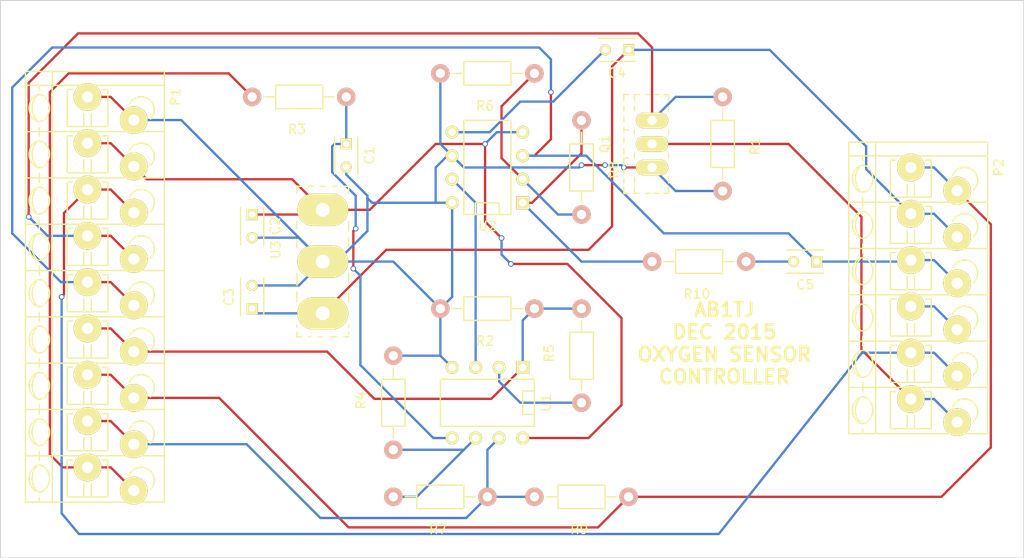
<source format=kicad_pcb>
(kicad_pcb (version 4) (host pcbnew "(after 2015-may-01 BZR unknown)-product")

  (general
    (links 62)
    (no_connects 0)
    (area 109.931999 103.835999 220.522001 164.134001)
    (thickness 1.6)
    (drawings 6)
    (tracks 211)
    (zones 0)
    (modules 21)
    (nets 21)
  )

  (page A4)
  (layers
    (0 F.Cu signal)
    (31 B.Cu signal)
    (32 B.Adhes user)
    (33 F.Adhes user)
    (34 B.Paste user)
    (35 F.Paste user)
    (36 B.SilkS user hide)
    (37 F.SilkS user)
    (38 B.Mask user hide)
    (39 F.Mask user hide)
    (40 Dwgs.User user hide)
    (41 Cmts.User user hide)
    (42 Eco1.User user hide)
    (43 Eco2.User user hide)
    (44 Edge.Cuts user)
    (45 Margin user hide)
    (46 B.CrtYd user hide)
    (47 F.CrtYd user hide)
    (48 B.Fab user hide)
    (49 F.Fab user hide)
  )

  (setup
    (last_trace_width 0.25)
    (trace_clearance 0.2)
    (zone_clearance 0.2)
    (zone_45_only no)
    (trace_min 0.2)
    (segment_width 0.2)
    (edge_width 0.1)
    (via_size 0.6)
    (via_drill 0.4)
    (via_min_size 0.4)
    (via_min_drill 0.3)
    (uvia_size 0.3)
    (uvia_drill 0.1)
    (uvias_allowed no)
    (uvia_min_size 0.2)
    (uvia_min_drill 0.1)
    (pcb_text_width 0.3)
    (pcb_text_size 1.5 1.5)
    (mod_edge_width 0.15)
    (mod_text_size 1 1)
    (mod_text_width 0.15)
    (pad_size 1.5 1.5)
    (pad_drill 0.6)
    (pad_to_mask_clearance 0)
    (aux_axis_origin 0 0)
    (visible_elements FFFF7E0F)
    (pcbplotparams
      (layerselection 0x010f0_80000001)
      (usegerberextensions false)
      (excludeedgelayer true)
      (linewidth 0.100000)
      (plotframeref false)
      (viasonmask false)
      (mode 1)
      (useauxorigin false)
      (hpglpennumber 1)
      (hpglpenspeed 20)
      (hpglpendiameter 15)
      (hpglpenoverlay 2)
      (psnegative false)
      (psa4output false)
      (plotreference true)
      (plotvalue true)
      (plotinvisibletext false)
      (padsonsilk false)
      (subtractmaskfromsilk false)
      (outputformat 1)
      (mirror false)
      (drillshape 0)
      (scaleselection 1)
      (outputdirectory /tmp/tesththth))
  )

  (net 0 "")
  (net 1 "Net-(C1-Pad1)")
  (net 2 GND)
  (net 3 +5V)
  (net 4 "Net-(C3-Pad1)")
  (net 5 "Net-(C4-Pad2)")
  (net 6 /NernstV)
  (net 7 "Net-(C5-Pad2)")
  (net 8 "Net-(P1-Pad6)")
  (net 9 "Net-(P1-Pad4)")
  (net 10 +12V)
  (net 11 /HEATERLOW)
  (net 12 "Net-(P2-Pad4)")
  (net 13 /SHUNTLOW)
  (net 14 "Net-(P1-Pad9)")
  (net 15 "Net-(R4-Pad1)")
  (net 16 "Net-(R5-Pad1)")
  (net 17 "Net-(R6-Pad1)")
  (net 18 /SHUNTHIGH)
  (net 19 "Net-(R10-Pad2)")
  (net 20 "Net-(U1-Pad3)")

  (net_class Default "This is the default net class."
    (clearance 0.2)
    (trace_width 0.25)
    (via_dia 0.6)
    (via_drill 0.4)
    (uvia_dia 0.3)
    (uvia_drill 0.1)
    (add_net +12V)
    (add_net +5V)
    (add_net /HEATERLOW)
    (add_net /NernstV)
    (add_net /SHUNTHIGH)
    (add_net /SHUNTLOW)
    (add_net GND)
    (add_net "Net-(C1-Pad1)")
    (add_net "Net-(C3-Pad1)")
    (add_net "Net-(C4-Pad2)")
    (add_net "Net-(C5-Pad2)")
    (add_net "Net-(P1-Pad4)")
    (add_net "Net-(P1-Pad6)")
    (add_net "Net-(P1-Pad9)")
    (add_net "Net-(P2-Pad4)")
    (add_net "Net-(R10-Pad2)")
    (add_net "Net-(R4-Pad1)")
    (add_net "Net-(R5-Pad1)")
    (add_net "Net-(R6-Pad1)")
    (add_net "Net-(U1-Pad3)")
  )

  (module Capacitors_ThroughHole:C_Rect_L4_W2.5_P2.5 (layer F.Cu) (tedit 0) (tstamp 56647607)
    (at 147.32 119.38 270)
    (descr "Film Capacitor Length 4mm x Width 2.5mm, Pitch 2.5mm")
    (tags Capacitor)
    (path /56647413)
    (fp_text reference C1 (at 1.25 -2.5 270) (layer F.SilkS)
      (effects (font (size 1 1) (thickness 0.15)))
    )
    (fp_text value 1uf (at 1.25 2.5 270) (layer F.Fab)
      (effects (font (size 1 1) (thickness 0.15)))
    )
    (fp_line (start -1 -1.5) (end 3.5 -1.5) (layer F.CrtYd) (width 0.05))
    (fp_line (start 3.5 -1.5) (end 3.5 1.5) (layer F.CrtYd) (width 0.05))
    (fp_line (start 3.5 1.5) (end -1 1.5) (layer F.CrtYd) (width 0.05))
    (fp_line (start -1 1.5) (end -1 -1.5) (layer F.CrtYd) (width 0.05))
    (fp_line (start -0.75 -1.25) (end 3.25 -1.25) (layer F.SilkS) (width 0.15))
    (fp_line (start -0.75 1.25) (end 3.25 1.25) (layer F.SilkS) (width 0.15))
    (pad 1 thru_hole rect (at 0 0 270) (size 1.2 1.2) (drill 0.7) (layers *.Cu *.Mask F.SilkS)
      (net 1 "Net-(C1-Pad1)"))
    (pad 2 thru_hole circle (at 2.5 0 270) (size 1.2 1.2) (drill 0.7) (layers *.Cu *.Mask F.SilkS)
      (net 2 GND))
  )

  (module Capacitors_ThroughHole:C_Rect_L4_W2.5_P2.5 (layer F.Cu) (tedit 0) (tstamp 5664760D)
    (at 137.16 127 270)
    (descr "Film Capacitor Length 4mm x Width 2.5mm, Pitch 2.5mm")
    (tags Capacitor)
    (path /56647B51)
    (fp_text reference C2 (at 1.25 -2.5 270) (layer F.SilkS)
      (effects (font (size 1 1) (thickness 0.15)))
    )
    (fp_text value 1uf (at 1.25 2.5 270) (layer F.Fab)
      (effects (font (size 1 1) (thickness 0.15)))
    )
    (fp_line (start -1 -1.5) (end 3.5 -1.5) (layer F.CrtYd) (width 0.05))
    (fp_line (start 3.5 -1.5) (end 3.5 1.5) (layer F.CrtYd) (width 0.05))
    (fp_line (start 3.5 1.5) (end -1 1.5) (layer F.CrtYd) (width 0.05))
    (fp_line (start -1 1.5) (end -1 -1.5) (layer F.CrtYd) (width 0.05))
    (fp_line (start -0.75 -1.25) (end 3.25 -1.25) (layer F.SilkS) (width 0.15))
    (fp_line (start -0.75 1.25) (end 3.25 1.25) (layer F.SilkS) (width 0.15))
    (pad 1 thru_hole rect (at 0 0 270) (size 1.2 1.2) (drill 0.7) (layers *.Cu *.Mask F.SilkS)
      (net 3 +5V))
    (pad 2 thru_hole circle (at 2.5 0 270) (size 1.2 1.2) (drill 0.7) (layers *.Cu *.Mask F.SilkS)
      (net 2 GND))
  )

  (module Capacitors_ThroughHole:C_Rect_L4_W2.5_P2.5 (layer F.Cu) (tedit 0) (tstamp 56647613)
    (at 137.16 137.16 90)
    (descr "Film Capacitor Length 4mm x Width 2.5mm, Pitch 2.5mm")
    (tags Capacitor)
    (path /56647B1C)
    (fp_text reference C3 (at 1.25 -2.5 90) (layer F.SilkS)
      (effects (font (size 1 1) (thickness 0.15)))
    )
    (fp_text value 1uf (at 1.25 2.5 90) (layer F.Fab)
      (effects (font (size 1 1) (thickness 0.15)))
    )
    (fp_line (start -1 -1.5) (end 3.5 -1.5) (layer F.CrtYd) (width 0.05))
    (fp_line (start 3.5 -1.5) (end 3.5 1.5) (layer F.CrtYd) (width 0.05))
    (fp_line (start 3.5 1.5) (end -1 1.5) (layer F.CrtYd) (width 0.05))
    (fp_line (start -1 1.5) (end -1 -1.5) (layer F.CrtYd) (width 0.05))
    (fp_line (start -0.75 -1.25) (end 3.25 -1.25) (layer F.SilkS) (width 0.15))
    (fp_line (start -0.75 1.25) (end 3.25 1.25) (layer F.SilkS) (width 0.15))
    (pad 1 thru_hole rect (at 0 0 90) (size 1.2 1.2) (drill 0.7) (layers *.Cu *.Mask F.SilkS)
      (net 4 "Net-(C3-Pad1)"))
    (pad 2 thru_hole circle (at 2.5 0 90) (size 1.2 1.2) (drill 0.7) (layers *.Cu *.Mask F.SilkS)
      (net 2 GND))
  )

  (module Capacitors_ThroughHole:C_Rect_L4_W2.5_P2.5 (layer F.Cu) (tedit 0) (tstamp 56647619)
    (at 177.8 109.22 180)
    (descr "Film Capacitor Length 4mm x Width 2.5mm, Pitch 2.5mm")
    (tags Capacitor)
    (path /5664816B)
    (fp_text reference C4 (at 1.25 -2.5 180) (layer F.SilkS)
      (effects (font (size 1 1) (thickness 0.15)))
    )
    (fp_text value .5u (at 1.25 2.5 180) (layer F.Fab)
      (effects (font (size 1 1) (thickness 0.15)))
    )
    (fp_line (start -1 -1.5) (end 3.5 -1.5) (layer F.CrtYd) (width 0.05))
    (fp_line (start 3.5 -1.5) (end 3.5 1.5) (layer F.CrtYd) (width 0.05))
    (fp_line (start 3.5 1.5) (end -1 1.5) (layer F.CrtYd) (width 0.05))
    (fp_line (start -1 1.5) (end -1 -1.5) (layer F.CrtYd) (width 0.05))
    (fp_line (start -0.75 -1.25) (end 3.25 -1.25) (layer F.SilkS) (width 0.15))
    (fp_line (start -0.75 1.25) (end 3.25 1.25) (layer F.SilkS) (width 0.15))
    (pad 1 thru_hole rect (at 0 0 180) (size 1.2 1.2) (drill 0.7) (layers *.Cu *.Mask F.SilkS)
      (net 4 "Net-(C3-Pad1)"))
    (pad 2 thru_hole circle (at 2.5 0 180) (size 1.2 1.2) (drill 0.7) (layers *.Cu *.Mask F.SilkS)
      (net 5 "Net-(C4-Pad2)"))
  )

  (module Capacitors_ThroughHole:C_Rect_L4_W2.5_P2.5 (layer F.Cu) (tedit 0) (tstamp 5664761F)
    (at 198.12 132.08 180)
    (descr "Film Capacitor Length 4mm x Width 2.5mm, Pitch 2.5mm")
    (tags Capacitor)
    (path /5664AD4B)
    (fp_text reference C5 (at 1.25 -2.5 180) (layer F.SilkS)
      (effects (font (size 1 1) (thickness 0.15)))
    )
    (fp_text value .5u (at 1.25 2.5 180) (layer F.Fab)
      (effects (font (size 1 1) (thickness 0.15)))
    )
    (fp_line (start -1 -1.5) (end 3.5 -1.5) (layer F.CrtYd) (width 0.05))
    (fp_line (start 3.5 -1.5) (end 3.5 1.5) (layer F.CrtYd) (width 0.05))
    (fp_line (start 3.5 1.5) (end -1 1.5) (layer F.CrtYd) (width 0.05))
    (fp_line (start -1 1.5) (end -1 -1.5) (layer F.CrtYd) (width 0.05))
    (fp_line (start -0.75 -1.25) (end 3.25 -1.25) (layer F.SilkS) (width 0.15))
    (fp_line (start -0.75 1.25) (end 3.25 1.25) (layer F.SilkS) (width 0.15))
    (pad 1 thru_hole rect (at 0 0 180) (size 1.2 1.2) (drill 0.7) (layers *.Cu *.Mask F.SilkS)
      (net 6 /NernstV))
    (pad 2 thru_hole circle (at 2.5 0 180) (size 1.2 1.2) (drill 0.7) (layers *.Cu *.Mask F.SilkS)
      (net 7 "Net-(C5-Pad2)"))
  )

  (module Transistors_TO-220:TO-220_FET-GDS_Vertical_MountedFromLS_LargePads (layer F.Cu) (tedit 0) (tstamp 5664764C)
    (at 180.34 119.38 90)
    (descr "TO-220, FET-GDS, Vertical, Mounted from LS, large Pads,")
    (tags "TO-220, FET-GDS, Vertical, Mounted from LS, large Pads,")
    (path /5664BC3E)
    (fp_text reference Q1 (at 0 -5.08 90) (layer F.SilkS)
      (effects (font (size 1 1) (thickness 0.15)))
    )
    (fp_text value MOSFET_N (at 0 3.81 90) (layer F.Fab)
      (effects (font (size 1 1) (thickness 0.15)))
    )
    (fp_line (start -3.556 1.778) (end -4.191 1.778) (layer F.SilkS) (width 0.15))
    (fp_line (start -1.016 1.778) (end -1.524 1.778) (layer F.SilkS) (width 0.15))
    (fp_line (start 1.524 1.778) (end 1.016 1.778) (layer F.SilkS) (width 0.15))
    (fp_line (start 1.016 -1.905) (end 1.524 -1.905) (layer F.SilkS) (width 0.15))
    (fp_line (start -1.524 -1.905) (end -1.016 -1.905) (layer F.SilkS) (width 0.15))
    (fp_line (start -3.81 -1.905) (end -3.556 -1.905) (layer F.SilkS) (width 0.15))
    (fp_line (start -1.524 -3.048) (end -1.524 -2.54) (layer F.SilkS) (width 0.15))
    (fp_line (start 1.524 -3.048) (end 1.524 -2.54) (layer F.SilkS) (width 0.15))
    (fp_line (start 4.699 -1.905) (end 5.334 -1.905) (layer F.SilkS) (width 0.15))
    (fp_line (start 3.556 -1.905) (end 4.064 -1.905) (layer F.SilkS) (width 0.15))
    (fp_line (start -4.699 -1.905) (end -5.334 -1.905) (layer F.SilkS) (width 0.15))
    (fp_line (start -3.81 -1.905) (end -4.191 -1.905) (layer F.SilkS) (width 0.15))
    (fp_line (start 4.699 -3.048) (end 5.334 -3.048) (layer F.SilkS) (width 0.15))
    (fp_line (start 3.556 -3.048) (end 4.064 -3.048) (layer F.SilkS) (width 0.15))
    (fp_line (start 2.413 -3.048) (end 2.921 -3.048) (layer F.SilkS) (width 0.15))
    (fp_line (start 1.27 -3.048) (end 1.778 -3.048) (layer F.SilkS) (width 0.15))
    (fp_line (start 0.127 -3.048) (end 0.635 -3.048) (layer F.SilkS) (width 0.15))
    (fp_line (start -1.143 -3.048) (end -0.508 -3.048) (layer F.SilkS) (width 0.15))
    (fp_line (start -2.286 -3.048) (end -1.651 -3.048) (layer F.SilkS) (width 0.15))
    (fp_line (start -3.302 -3.048) (end -2.794 -3.048) (layer F.SilkS) (width 0.15))
    (fp_line (start -4.191 -3.048) (end -3.81 -3.048) (layer F.SilkS) (width 0.15))
    (fp_line (start -5.334 -3.048) (end -4.699 -3.048) (layer F.SilkS) (width 0.15))
    (fp_line (start 5.334 1.27) (end 5.334 1.778) (layer F.SilkS) (width 0.15))
    (fp_line (start 5.334 0.254) (end 5.334 0.762) (layer F.SilkS) (width 0.15))
    (fp_line (start 5.334 -0.762) (end 5.334 -0.254) (layer F.SilkS) (width 0.15))
    (fp_line (start 5.334 -1.905) (end 5.334 -1.397) (layer F.SilkS) (width 0.15))
    (fp_line (start 5.334 -3.048) (end 5.334 -2.54) (layer F.SilkS) (width 0.15))
    (fp_line (start -5.334 -2.54) (end -5.334 -3.048) (layer F.SilkS) (width 0.15))
    (fp_line (start -5.334 -1.397) (end -5.334 -1.905) (layer F.SilkS) (width 0.15))
    (fp_line (start -5.334 -0.254) (end -5.334 -0.762) (layer F.SilkS) (width 0.15))
    (fp_line (start -5.334 0.762) (end -5.334 0.254) (layer F.SilkS) (width 0.15))
    (fp_line (start -5.334 1.778) (end -5.334 1.27) (layer F.SilkS) (width 0.15))
    (fp_line (start 4.699 1.778) (end 5.334 1.778) (layer F.SilkS) (width 0.15))
    (fp_line (start 3.556 1.778) (end 4.064 1.778) (layer F.SilkS) (width 0.15))
    (fp_line (start -5.334 1.778) (end -4.953 1.778) (layer F.SilkS) (width 0.15))
    (fp_line (start -4.953 1.778) (end -4.699 1.778) (layer F.SilkS) (width 0.15))
    (pad D thru_hole oval (at 0 0 180) (size 3.50012 1.69926) (drill 1.00076) (layers *.Cu *.Mask F.SilkS)
      (net 11 /HEATERLOW))
    (pad S thru_hole oval (at -2.54 0 180) (size 3.50012 1.69926) (drill 1.00076) (layers *.Cu *.Mask F.SilkS)
      (net 2 GND))
    (pad G thru_hole oval (at 2.54 0 180) (size 3.50012 1.69926) (drill 1.00076) (layers *.Cu *.Mask F.SilkS)
      (net 9 "Net-(P1-Pad4)"))
    (model Transistors_TO-220.3dshapes/TO-220_FET-GDS_Vertical_MountedFromLS_LargePads.wrl
      (at (xyz 0 0 0))
      (scale (xyz 0.3937 0.3937 0.3937))
      (rotate (xyz 0 0 0))
    )
  )

  (module Resistors_ThroughHole:Resistor_Horizontal_RM10mm (layer F.Cu) (tedit 53F56209) (tstamp 56647652)
    (at 187.96 119.38 270)
    (descr "Resistor, Axial,  RM 10mm, 1/3W,")
    (tags "Resistor, Axial, RM 10mm, 1/3W,")
    (path /5664BD0F)
    (fp_text reference R1 (at 0.24892 -3.50012 270) (layer F.SilkS)
      (effects (font (size 1 1) (thickness 0.15)))
    )
    (fp_text value 4.7K (at 3.81 3.81 270) (layer F.Fab)
      (effects (font (size 1 1) (thickness 0.15)))
    )
    (fp_line (start -2.54 -1.27) (end 2.54 -1.27) (layer F.SilkS) (width 0.15))
    (fp_line (start 2.54 -1.27) (end 2.54 1.27) (layer F.SilkS) (width 0.15))
    (fp_line (start 2.54 1.27) (end -2.54 1.27) (layer F.SilkS) (width 0.15))
    (fp_line (start -2.54 1.27) (end -2.54 -1.27) (layer F.SilkS) (width 0.15))
    (fp_line (start -2.54 0) (end -3.81 0) (layer F.SilkS) (width 0.15))
    (fp_line (start 2.54 0) (end 3.81 0) (layer F.SilkS) (width 0.15))
    (pad 1 thru_hole circle (at -5.08 0 270) (size 1.99898 1.99898) (drill 1.00076) (layers *.Cu *.SilkS *.Mask)
      (net 9 "Net-(P1-Pad4)"))
    (pad 2 thru_hole circle (at 5.08 0 270) (size 1.99898 1.99898) (drill 1.00076) (layers *.Cu *.SilkS *.Mask)
      (net 2 GND))
    (model Resistors_ThroughHole.3dshapes/Resistor_Horizontal_RM10mm.wrl
      (at (xyz 0 0 0))
      (scale (xyz 0.4 0.4 0.4))
      (rotate (xyz 0 0 0))
    )
  )

  (module Resistors_ThroughHole:Resistor_Horizontal_RM10mm (layer F.Cu) (tedit 53F56209) (tstamp 56647658)
    (at 162.56 137.16 180)
    (descr "Resistor, Axial,  RM 10mm, 1/3W,")
    (tags "Resistor, Axial, RM 10mm, 1/3W,")
    (path /56648D50)
    (fp_text reference R2 (at 0.24892 -3.50012 180) (layer F.SilkS)
      (effects (font (size 1 1) (thickness 0.15)))
    )
    (fp_text value 1000 (at 3.81 3.81 180) (layer F.Fab)
      (effects (font (size 1 1) (thickness 0.15)))
    )
    (fp_line (start -2.54 -1.27) (end 2.54 -1.27) (layer F.SilkS) (width 0.15))
    (fp_line (start 2.54 -1.27) (end 2.54 1.27) (layer F.SilkS) (width 0.15))
    (fp_line (start 2.54 1.27) (end -2.54 1.27) (layer F.SilkS) (width 0.15))
    (fp_line (start -2.54 1.27) (end -2.54 -1.27) (layer F.SilkS) (width 0.15))
    (fp_line (start -2.54 0) (end -3.81 0) (layer F.SilkS) (width 0.15))
    (fp_line (start 2.54 0) (end 3.81 0) (layer F.SilkS) (width 0.15))
    (pad 1 thru_hole circle (at -5.08 0 180) (size 1.99898 1.99898) (drill 1.00076) (layers *.Cu *.SilkS *.Mask)
      (net 8 "Net-(P1-Pad6)"))
    (pad 2 thru_hole circle (at 5.08 0 180) (size 1.99898 1.99898) (drill 1.00076) (layers *.Cu *.SilkS *.Mask)
      (net 2 GND))
    (model Resistors_ThroughHole.3dshapes/Resistor_Horizontal_RM10mm.wrl
      (at (xyz 0 0 0))
      (scale (xyz 0.4 0.4 0.4))
      (rotate (xyz 0 0 0))
    )
  )

  (module Resistors_ThroughHole:Resistor_Horizontal_RM10mm (layer F.Cu) (tedit 53F56209) (tstamp 5664765E)
    (at 142.24 114.3 180)
    (descr "Resistor, Axial,  RM 10mm, 1/3W,")
    (tags "Resistor, Axial, RM 10mm, 1/3W,")
    (path /566473D4)
    (fp_text reference R3 (at 0.24892 -3.50012 180) (layer F.SilkS)
      (effects (font (size 1 1) (thickness 0.15)))
    )
    (fp_text value 15K (at 3.81 3.81 180) (layer F.Fab)
      (effects (font (size 1 1) (thickness 0.15)))
    )
    (fp_line (start -2.54 -1.27) (end 2.54 -1.27) (layer F.SilkS) (width 0.15))
    (fp_line (start 2.54 -1.27) (end 2.54 1.27) (layer F.SilkS) (width 0.15))
    (fp_line (start 2.54 1.27) (end -2.54 1.27) (layer F.SilkS) (width 0.15))
    (fp_line (start -2.54 1.27) (end -2.54 -1.27) (layer F.SilkS) (width 0.15))
    (fp_line (start -2.54 0) (end -3.81 0) (layer F.SilkS) (width 0.15))
    (fp_line (start 2.54 0) (end 3.81 0) (layer F.SilkS) (width 0.15))
    (pad 1 thru_hole circle (at -5.08 0 180) (size 1.99898 1.99898) (drill 1.00076) (layers *.Cu *.SilkS *.Mask)
      (net 1 "Net-(C1-Pad1)"))
    (pad 2 thru_hole circle (at 5.08 0 180) (size 1.99898 1.99898) (drill 1.00076) (layers *.Cu *.SilkS *.Mask)
      (net 14 "Net-(P1-Pad9)"))
    (model Resistors_ThroughHole.3dshapes/Resistor_Horizontal_RM10mm.wrl
      (at (xyz 0 0 0))
      (scale (xyz 0.4 0.4 0.4))
      (rotate (xyz 0 0 0))
    )
  )

  (module Resistors_ThroughHole:Resistor_Horizontal_RM10mm (layer F.Cu) (tedit 53F56209) (tstamp 56647664)
    (at 152.4 147.32 90)
    (descr "Resistor, Axial,  RM 10mm, 1/3W,")
    (tags "Resistor, Axial, RM 10mm, 1/3W,")
    (path /56647170)
    (fp_text reference R4 (at 0.24892 -3.50012 90) (layer F.SilkS)
      (effects (font (size 1 1) (thickness 0.15)))
    )
    (fp_text value 10K (at 3.81 3.81 90) (layer F.Fab)
      (effects (font (size 1 1) (thickness 0.15)))
    )
    (fp_line (start -2.54 -1.27) (end 2.54 -1.27) (layer F.SilkS) (width 0.15))
    (fp_line (start 2.54 -1.27) (end 2.54 1.27) (layer F.SilkS) (width 0.15))
    (fp_line (start 2.54 1.27) (end -2.54 1.27) (layer F.SilkS) (width 0.15))
    (fp_line (start -2.54 1.27) (end -2.54 -1.27) (layer F.SilkS) (width 0.15))
    (fp_line (start -2.54 0) (end -3.81 0) (layer F.SilkS) (width 0.15))
    (fp_line (start 2.54 0) (end 3.81 0) (layer F.SilkS) (width 0.15))
    (pad 1 thru_hole circle (at -5.08 0 90) (size 1.99898 1.99898) (drill 1.00076) (layers *.Cu *.SilkS *.Mask)
      (net 15 "Net-(R4-Pad1)"))
    (pad 2 thru_hole circle (at 5.08 0 90) (size 1.99898 1.99898) (drill 1.00076) (layers *.Cu *.SilkS *.Mask)
      (net 2 GND))
    (model Resistors_ThroughHole.3dshapes/Resistor_Horizontal_RM10mm.wrl
      (at (xyz 0 0 0))
      (scale (xyz 0.4 0.4 0.4))
      (rotate (xyz 0 0 0))
    )
  )

  (module Resistors_ThroughHole:Resistor_Horizontal_RM10mm (layer F.Cu) (tedit 53F56209) (tstamp 5664766A)
    (at 172.72 142.24 90)
    (descr "Resistor, Axial,  RM 10mm, 1/3W,")
    (tags "Resistor, Axial, RM 10mm, 1/3W,")
    (path /56648CD3)
    (fp_text reference R5 (at 0.24892 -3.50012 90) (layer F.SilkS)
      (effects (font (size 1 1) (thickness 0.15)))
    )
    (fp_text value 20K (at 3.81 3.81 90) (layer F.Fab)
      (effects (font (size 1 1) (thickness 0.15)))
    )
    (fp_line (start -2.54 -1.27) (end 2.54 -1.27) (layer F.SilkS) (width 0.15))
    (fp_line (start 2.54 -1.27) (end 2.54 1.27) (layer F.SilkS) (width 0.15))
    (fp_line (start 2.54 1.27) (end -2.54 1.27) (layer F.SilkS) (width 0.15))
    (fp_line (start -2.54 1.27) (end -2.54 -1.27) (layer F.SilkS) (width 0.15))
    (fp_line (start -2.54 0) (end -3.81 0) (layer F.SilkS) (width 0.15))
    (fp_line (start 2.54 0) (end 3.81 0) (layer F.SilkS) (width 0.15))
    (pad 1 thru_hole circle (at -5.08 0 90) (size 1.99898 1.99898) (drill 1.00076) (layers *.Cu *.SilkS *.Mask)
      (net 16 "Net-(R5-Pad1)"))
    (pad 2 thru_hole circle (at 5.08 0 90) (size 1.99898 1.99898) (drill 1.00076) (layers *.Cu *.SilkS *.Mask)
      (net 8 "Net-(P1-Pad6)"))
    (model Resistors_ThroughHole.3dshapes/Resistor_Horizontal_RM10mm.wrl
      (at (xyz 0 0 0))
      (scale (xyz 0.4 0.4 0.4))
      (rotate (xyz 0 0 0))
    )
  )

  (module Resistors_ThroughHole:Resistor_Horizontal_RM10mm (layer F.Cu) (tedit 53F56209) (tstamp 56647670)
    (at 162.56 111.76 180)
    (descr "Resistor, Axial,  RM 10mm, 1/3W,")
    (tags "Resistor, Axial, RM 10mm, 1/3W,")
    (path /5664A088)
    (fp_text reference R6 (at 0.24892 -3.50012 180) (layer F.SilkS)
      (effects (font (size 1 1) (thickness 0.15)))
    )
    (fp_text value 10K (at 3.81 3.81 180) (layer F.Fab)
      (effects (font (size 1 1) (thickness 0.15)))
    )
    (fp_line (start -2.54 -1.27) (end 2.54 -1.27) (layer F.SilkS) (width 0.15))
    (fp_line (start 2.54 -1.27) (end 2.54 1.27) (layer F.SilkS) (width 0.15))
    (fp_line (start 2.54 1.27) (end -2.54 1.27) (layer F.SilkS) (width 0.15))
    (fp_line (start -2.54 1.27) (end -2.54 -1.27) (layer F.SilkS) (width 0.15))
    (fp_line (start -2.54 0) (end -3.81 0) (layer F.SilkS) (width 0.15))
    (fp_line (start 2.54 0) (end 3.81 0) (layer F.SilkS) (width 0.15))
    (pad 1 thru_hole circle (at -5.08 0 180) (size 1.99898 1.99898) (drill 1.00076) (layers *.Cu *.SilkS *.Mask)
      (net 17 "Net-(R6-Pad1)"))
    (pad 2 thru_hole circle (at 5.08 0 180) (size 1.99898 1.99898) (drill 1.00076) (layers *.Cu *.SilkS *.Mask)
      (net 2 GND))
    (model Resistors_ThroughHole.3dshapes/Resistor_Horizontal_RM10mm.wrl
      (at (xyz 0 0 0))
      (scale (xyz 0.4 0.4 0.4))
      (rotate (xyz 0 0 0))
    )
  )

  (module Resistors_ThroughHole:Resistor_Horizontal_RM10mm (layer F.Cu) (tedit 53F56209) (tstamp 56647676)
    (at 157.48 157.48 180)
    (descr "Resistor, Axial,  RM 10mm, 1/3W,")
    (tags "Resistor, Axial, RM 10mm, 1/3W,")
    (path /56647193)
    (fp_text reference R7 (at 0.24892 -3.50012 180) (layer F.SilkS)
      (effects (font (size 1 1) (thickness 0.15)))
    )
    (fp_text value 20K (at 3.81 3.81 180) (layer F.Fab)
      (effects (font (size 1 1) (thickness 0.15)))
    )
    (fp_line (start -2.54 -1.27) (end 2.54 -1.27) (layer F.SilkS) (width 0.15))
    (fp_line (start 2.54 -1.27) (end 2.54 1.27) (layer F.SilkS) (width 0.15))
    (fp_line (start 2.54 1.27) (end -2.54 1.27) (layer F.SilkS) (width 0.15))
    (fp_line (start -2.54 1.27) (end -2.54 -1.27) (layer F.SilkS) (width 0.15))
    (fp_line (start -2.54 0) (end -3.81 0) (layer F.SilkS) (width 0.15))
    (fp_line (start 2.54 0) (end 3.81 0) (layer F.SilkS) (width 0.15))
    (pad 1 thru_hole circle (at -5.08 0 180) (size 1.99898 1.99898) (drill 1.00076) (layers *.Cu *.SilkS *.Mask)
      (net 18 /SHUNTHIGH))
    (pad 2 thru_hole circle (at 5.08 0 180) (size 1.99898 1.99898) (drill 1.00076) (layers *.Cu *.SilkS *.Mask)
      (net 15 "Net-(R4-Pad1)"))
    (model Resistors_ThroughHole.3dshapes/Resistor_Horizontal_RM10mm.wrl
      (at (xyz 0 0 0))
      (scale (xyz 0.4 0.4 0.4))
      (rotate (xyz 0 0 0))
    )
  )

  (module Resistors_ThroughHole:Resistor_Horizontal_RM10mm (layer F.Cu) (tedit 53F56209) (tstamp 5664767C)
    (at 172.72 121.92 270)
    (descr "Resistor, Axial,  RM 10mm, 1/3W,")
    (tags "Resistor, Axial, RM 10mm, 1/3W,")
    (path /5664A08E)
    (fp_text reference R8 (at 0.24892 -3.50012 270) (layer F.SilkS)
      (effects (font (size 1 1) (thickness 0.15)))
    )
    (fp_text value 20K (at 3.81 3.81 270) (layer F.Fab)
      (effects (font (size 1 1) (thickness 0.15)))
    )
    (fp_line (start -2.54 -1.27) (end 2.54 -1.27) (layer F.SilkS) (width 0.15))
    (fp_line (start 2.54 -1.27) (end 2.54 1.27) (layer F.SilkS) (width 0.15))
    (fp_line (start 2.54 1.27) (end -2.54 1.27) (layer F.SilkS) (width 0.15))
    (fp_line (start -2.54 1.27) (end -2.54 -1.27) (layer F.SilkS) (width 0.15))
    (fp_line (start -2.54 0) (end -3.81 0) (layer F.SilkS) (width 0.15))
    (fp_line (start 2.54 0) (end 3.81 0) (layer F.SilkS) (width 0.15))
    (pad 1 thru_hole circle (at -5.08 0 270) (size 1.99898 1.99898) (drill 1.00076) (layers *.Cu *.SilkS *.Mask)
      (net 19 "Net-(R10-Pad2)"))
    (pad 2 thru_hole circle (at 5.08 0 270) (size 1.99898 1.99898) (drill 1.00076) (layers *.Cu *.SilkS *.Mask)
      (net 17 "Net-(R6-Pad1)"))
    (model Resistors_ThroughHole.3dshapes/Resistor_Horizontal_RM10mm.wrl
      (at (xyz 0 0 0))
      (scale (xyz 0.4 0.4 0.4))
      (rotate (xyz 0 0 0))
    )
  )

  (module Resistors_ThroughHole:Resistor_Horizontal_RM10mm (layer F.Cu) (tedit 53F56209) (tstamp 56647682)
    (at 172.72 157.48 180)
    (descr "Resistor, Axial,  RM 10mm, 1/3W,")
    (tags "Resistor, Axial, RM 10mm, 1/3W,")
    (path /5664760D)
    (fp_text reference R9 (at 0.24892 -3.50012 180) (layer F.SilkS)
      (effects (font (size 1 1) (thickness 0.15)))
    )
    (fp_text value 1 (at 3.81 3.81 180) (layer F.Fab)
      (effects (font (size 1 1) (thickness 0.15)))
    )
    (fp_line (start -2.54 -1.27) (end 2.54 -1.27) (layer F.SilkS) (width 0.15))
    (fp_line (start 2.54 -1.27) (end 2.54 1.27) (layer F.SilkS) (width 0.15))
    (fp_line (start 2.54 1.27) (end -2.54 1.27) (layer F.SilkS) (width 0.15))
    (fp_line (start -2.54 1.27) (end -2.54 -1.27) (layer F.SilkS) (width 0.15))
    (fp_line (start -2.54 0) (end -3.81 0) (layer F.SilkS) (width 0.15))
    (fp_line (start 2.54 0) (end 3.81 0) (layer F.SilkS) (width 0.15))
    (pad 1 thru_hole circle (at -5.08 0 180) (size 1.99898 1.99898) (drill 1.00076) (layers *.Cu *.SilkS *.Mask)
      (net 13 /SHUNTLOW))
    (pad 2 thru_hole circle (at 5.08 0 180) (size 1.99898 1.99898) (drill 1.00076) (layers *.Cu *.SilkS *.Mask)
      (net 18 /SHUNTHIGH))
    (model Resistors_ThroughHole.3dshapes/Resistor_Horizontal_RM10mm.wrl
      (at (xyz 0 0 0))
      (scale (xyz 0.4 0.4 0.4))
      (rotate (xyz 0 0 0))
    )
  )

  (module Resistors_ThroughHole:Resistor_Horizontal_RM10mm (layer F.Cu) (tedit 53F56209) (tstamp 56647688)
    (at 185.42 132.08 180)
    (descr "Resistor, Axial,  RM 10mm, 1/3W,")
    (tags "Resistor, Axial, RM 10mm, 1/3W,")
    (path /5664A791)
    (fp_text reference R10 (at 0.24892 -3.50012 180) (layer F.SilkS)
      (effects (font (size 1 1) (thickness 0.15)))
    )
    (fp_text value 150 (at 3.81 3.81 180) (layer F.Fab)
      (effects (font (size 1 1) (thickness 0.15)))
    )
    (fp_line (start -2.54 -1.27) (end 2.54 -1.27) (layer F.SilkS) (width 0.15))
    (fp_line (start 2.54 -1.27) (end 2.54 1.27) (layer F.SilkS) (width 0.15))
    (fp_line (start 2.54 1.27) (end -2.54 1.27) (layer F.SilkS) (width 0.15))
    (fp_line (start -2.54 1.27) (end -2.54 -1.27) (layer F.SilkS) (width 0.15))
    (fp_line (start -2.54 0) (end -3.81 0) (layer F.SilkS) (width 0.15))
    (fp_line (start 2.54 0) (end 3.81 0) (layer F.SilkS) (width 0.15))
    (pad 1 thru_hole circle (at -5.08 0 180) (size 1.99898 1.99898) (drill 1.00076) (layers *.Cu *.SilkS *.Mask)
      (net 7 "Net-(C5-Pad2)"))
    (pad 2 thru_hole circle (at 5.08 0 180) (size 1.99898 1.99898) (drill 1.00076) (layers *.Cu *.SilkS *.Mask)
      (net 19 "Net-(R10-Pad2)"))
    (model Resistors_ThroughHole.3dshapes/Resistor_Horizontal_RM10mm.wrl
      (at (xyz 0 0 0))
      (scale (xyz 0.4 0.4 0.4))
      (rotate (xyz 0 0 0))
    )
  )

  (module Housings_DIP:DIP-8__300 (layer F.Cu) (tedit 56647657) (tstamp 56647694)
    (at 162.56 147.32 180)
    (descr "8 pins DIL package, round pads")
    (tags DIL)
    (path /56646FF3)
    (fp_text reference U1 (at -6.35 0 270) (layer F.SilkS)
      (effects (font (size 1 1) (thickness 0.15)))
    )
    (fp_text value TL082 (at 0.025 -0.0085 180) (layer F.Fab)
      (effects (font (size 1 1) (thickness 0.15)))
    )
    (fp_line (start -5.08 -1.27) (end -3.81 -1.27) (layer F.SilkS) (width 0.15))
    (fp_line (start -3.81 -1.27) (end -3.81 1.27) (layer F.SilkS) (width 0.15))
    (fp_line (start -3.81 1.27) (end -5.08 1.27) (layer F.SilkS) (width 0.15))
    (fp_line (start -5.08 -2.54) (end 5.08 -2.54) (layer F.SilkS) (width 0.15))
    (fp_line (start 5.08 -2.54) (end 5.08 2.54) (layer F.SilkS) (width 0.15))
    (fp_line (start 5.08 2.54) (end -5.08 2.54) (layer F.SilkS) (width 0.15))
    (fp_line (start -5.08 2.54) (end -5.08 -2.54) (layer F.SilkS) (width 0.15))
    (pad 1 thru_hole rect (at -3.81 3.81 180) (size 1.397 1.397) (drill 0.8128) (layers *.Cu *.Mask F.SilkS)
      (net 8 "Net-(P1-Pad6)"))
    (pad 2 thru_hole circle (at -1.27 3.81 180) (size 1.397 1.397) (drill 0.8128) (layers *.Cu *.Mask F.SilkS)
      (net 16 "Net-(R5-Pad1)"))
    (pad 3 thru_hole circle (at 1.27 3.81 180) (size 1.397 1.397) (drill 0.8128) (layers *.Cu *.Mask F.SilkS)
      (net 20 "Net-(U1-Pad3)"))
    (pad 4 thru_hole circle (at 3.81 3.81 180) (size 1.397 1.397) (drill 0.8128) (layers *.Cu *.Mask F.SilkS)
      (net 2 GND))
    (pad 5 thru_hole circle (at 3.81 -3.81 180) (size 1.397 1.397) (drill 0.8128) (layers *.Cu *.Mask F.SilkS)
      (net 1 "Net-(C1-Pad1)"))
    (pad 6 thru_hole circle (at 1.27 -3.81 180) (size 1.397 1.397) (drill 0.8128) (layers *.Cu *.Mask F.SilkS)
      (net 15 "Net-(R4-Pad1)"))
    (pad 7 thru_hole circle (at -1.27 -3.81 180) (size 1.397 1.397) (drill 0.8128) (layers *.Cu *.Mask F.SilkS)
      (net 18 /SHUNTHIGH))
    (pad 8 thru_hole circle (at -3.81 -3.81 180) (size 1.397 1.397) (drill 0.8128) (layers *.Cu *.Mask F.SilkS)
      (net 3 +5V))
    (model Sockets_DIP.3dshapes/DIP-8__300.wrl
      (at (xyz 0 0 0))
      (scale (xyz 1 1 1))
      (rotate (xyz 0 0 0))
    )
  )

  (module Housings_DIP:DIP-8__300 (layer F.Cu) (tedit 5664768B) (tstamp 566476A0)
    (at 162.56 121.92 90)
    (descr "8 pins DIL package, round pads")
    (tags DIL)
    (path /5664800F)
    (fp_text reference U2 (at -6.35 0 180) (layer F.SilkS)
      (effects (font (size 1 1) (thickness 0.15)))
    )
    (fp_text value TL082 (at 0.86 -1.18 90) (layer F.Fab)
      (effects (font (size 1 1) (thickness 0.15)))
    )
    (fp_line (start -5.08 -1.27) (end -3.81 -1.27) (layer F.SilkS) (width 0.15))
    (fp_line (start -3.81 -1.27) (end -3.81 1.27) (layer F.SilkS) (width 0.15))
    (fp_line (start -3.81 1.27) (end -5.08 1.27) (layer F.SilkS) (width 0.15))
    (fp_line (start -5.08 -2.54) (end 5.08 -2.54) (layer F.SilkS) (width 0.15))
    (fp_line (start 5.08 -2.54) (end 5.08 2.54) (layer F.SilkS) (width 0.15))
    (fp_line (start 5.08 2.54) (end -5.08 2.54) (layer F.SilkS) (width 0.15))
    (fp_line (start -5.08 2.54) (end -5.08 -2.54) (layer F.SilkS) (width 0.15))
    (pad 1 thru_hole rect (at -3.81 3.81 90) (size 1.397 1.397) (drill 0.8128) (layers *.Cu *.Mask F.SilkS)
      (net 19 "Net-(R10-Pad2)"))
    (pad 2 thru_hole circle (at -1.27 3.81 90) (size 1.397 1.397) (drill 0.8128) (layers *.Cu *.Mask F.SilkS)
      (net 17 "Net-(R6-Pad1)"))
    (pad 3 thru_hole circle (at 1.27 3.81 90) (size 1.397 1.397) (drill 0.8128) (layers *.Cu *.Mask F.SilkS)
      (net 6 /NernstV))
    (pad 4 thru_hole circle (at 3.81 3.81 90) (size 1.397 1.397) (drill 0.8128) (layers *.Cu *.Mask F.SilkS)
      (net 3 +5V))
    (pad 5 thru_hole circle (at 3.81 -3.81 90) (size 1.397 1.397) (drill 0.8128) (layers *.Cu *.Mask F.SilkS)
      (net 5 "Net-(C4-Pad2)"))
    (pad 6 thru_hole circle (at 1.27 -3.81 90) (size 1.397 1.397) (drill 0.8128) (layers *.Cu *.Mask F.SilkS)
      (net 2 GND))
    (pad 7 thru_hole circle (at -1.27 -3.81 90) (size 1.397 1.397) (drill 0.8128) (layers *.Cu *.Mask F.SilkS)
      (net 20 "Net-(U1-Pad3)"))
    (pad 8 thru_hole circle (at -3.81 -3.81 90) (size 1.397 1.397) (drill 0.8128) (layers *.Cu *.Mask F.SilkS)
      (net 2 GND))
    (model Sockets_DIP.3dshapes/DIP-8__300.wrl
      (at (xyz 0 0 0))
      (scale (xyz 1 1 1))
      (rotate (xyz 0 0 0))
    )
  )

  (module Terminal_Blocks:TerminalBlock_WAGO-804_RM5mm_9pol (layer F.Cu) (tedit 5471AA81) (tstamp 566477CD)
    (at 119.38 114.3 270)
    (path /56646F5A)
    (fp_text reference P1 (at 0 -9.5 270) (layer F.SilkS)
      (effects (font (size 1 1) (thickness 0.15)))
    )
    (fp_text value CONN_9 (at 0 8 270) (layer F.Fab)
      (effects (font (size 1 1) (thickness 0.15)))
    )
    (fp_arc (start 41.39954 -5.79882) (end 40.8509 -4.50088) (angle 90) (layer F.SilkS) (width 0.15))
    (fp_arc (start 41.19888 4.0005) (end 42.60096 5.40004) (angle 90) (layer F.SilkS) (width 0.15))
    (fp_arc (start 41.80086 5.19938) (end 42.40284 4.59994) (angle 90) (layer F.SilkS) (width 0.15))
    (fp_arc (start 40.59944 5.19938) (end 40 5.79882) (angle 90) (layer F.SilkS) (width 0.15))
    (fp_arc (start 41.19888 4.59994) (end 42.4003 5.79882) (angle 90) (layer F.SilkS) (width 0.15))
    (fp_arc (start 41.19888 5.80136) (end 40 4.60248) (angle 90) (layer F.SilkS) (width 0.15))
    (fp_arc (start 41.39954 -5.79882) (end 40.39878 -4.8006) (angle 90) (layer F.SilkS) (width 0.15))
    (fp_arc (start 41.39954 -5.79882) (end 40.39878 -6.79958) (angle 90) (layer F.SilkS) (width 0.15))
    (fp_line (start 43.2004 0.39878) (end 41.80086 0.39878) (layer F.SilkS) (width 0.15))
    (fp_line (start 43.2004 -0.39878) (end 41.80086 -0.39878) (layer F.SilkS) (width 0.15))
    (fp_line (start 39.1999 -2.19964) (end 39.1999 -1.6002) (layer F.SilkS) (width 0.15))
    (fp_line (start 39.1999 -2.19964) (end 43.2004 -2.19964) (layer F.SilkS) (width 0.15))
    (fp_line (start 43.2004 -2.19964) (end 43.2004 2.19964) (layer F.SilkS) (width 0.15))
    (fp_line (start 43.2004 2.19964) (end 39.1999 2.19964) (layer F.SilkS) (width 0.15))
    (fp_line (start 39.1999 2.19964) (end 39.1999 1.6002) (layer F.SilkS) (width 0.15))
    (fp_line (start 43.74904 5.19938) (end 43.2512 5.19938) (layer F.SilkS) (width 0.15))
    (fp_line (start 38.75032 5.19938) (end 39.2507 5.19938) (layer F.SilkS) (width 0.15))
    (fp_line (start 43.74904 -8.30072) (end 43.74904 6.70052) (layer F.SilkS) (width 0.15))
    (fp_line (start 43.74904 6.70052) (end 38.75032 6.70052) (layer F.SilkS) (width 0.15))
    (fp_line (start 43.74904 -8.30072) (end 38.75032 -8.30072) (layer F.SilkS) (width 0.15))
    (fp_line (start 38.75 3.8) (end 43.75 3.8) (layer F.SilkS) (width 0.15))
    (fp_line (start 33.75 3.8) (end 38.75 3.8) (layer F.SilkS) (width 0.15))
    (fp_line (start 38.74904 -8.30072) (end 33.75032 -8.30072) (layer F.SilkS) (width 0.15))
    (fp_line (start 38.74904 6.70052) (end 33.75032 6.70052) (layer F.SilkS) (width 0.15))
    (fp_line (start 38.74904 -8.30072) (end 38.74904 6.70052) (layer F.SilkS) (width 0.15))
    (fp_line (start 33.75032 5.19938) (end 34.2507 5.19938) (layer F.SilkS) (width 0.15))
    (fp_line (start 38.74904 5.19938) (end 38.2512 5.19938) (layer F.SilkS) (width 0.15))
    (fp_line (start 34.1999 2.19964) (end 34.1999 1.6002) (layer F.SilkS) (width 0.15))
    (fp_line (start 38.2004 2.19964) (end 34.1999 2.19964) (layer F.SilkS) (width 0.15))
    (fp_line (start 38.2004 -2.19964) (end 38.2004 2.19964) (layer F.SilkS) (width 0.15))
    (fp_line (start 34.1999 -2.19964) (end 38.2004 -2.19964) (layer F.SilkS) (width 0.15))
    (fp_line (start 34.1999 -2.19964) (end 34.1999 -1.6002) (layer F.SilkS) (width 0.15))
    (fp_line (start 38.2004 -0.39878) (end 36.80086 -0.39878) (layer F.SilkS) (width 0.15))
    (fp_line (start 38.2004 0.39878) (end 36.80086 0.39878) (layer F.SilkS) (width 0.15))
    (fp_arc (start 36.39954 -5.79882) (end 35.39878 -6.79958) (angle 90) (layer F.SilkS) (width 0.15))
    (fp_arc (start 36.39954 -5.79882) (end 35.39878 -4.8006) (angle 90) (layer F.SilkS) (width 0.15))
    (fp_arc (start 36.19888 5.80136) (end 35 4.60248) (angle 90) (layer F.SilkS) (width 0.15))
    (fp_arc (start 36.19888 4.59994) (end 37.4003 5.79882) (angle 90) (layer F.SilkS) (width 0.15))
    (fp_arc (start 35.59944 5.19938) (end 35 5.79882) (angle 90) (layer F.SilkS) (width 0.15))
    (fp_arc (start 36.80086 5.19938) (end 37.40284 4.59994) (angle 90) (layer F.SilkS) (width 0.15))
    (fp_arc (start 36.19888 4.0005) (end 37.60096 5.40004) (angle 90) (layer F.SilkS) (width 0.15))
    (fp_arc (start 36.39954 -5.79882) (end 35.8509 -4.50088) (angle 90) (layer F.SilkS) (width 0.15))
    (fp_arc (start 31.39954 -5.79882) (end 30.8509 -4.50088) (angle 90) (layer F.SilkS) (width 0.15))
    (fp_arc (start 31.19888 4.0005) (end 32.60096 5.40004) (angle 90) (layer F.SilkS) (width 0.15))
    (fp_arc (start 31.80086 5.19938) (end 32.40284 4.59994) (angle 90) (layer F.SilkS) (width 0.15))
    (fp_arc (start 30.59944 5.19938) (end 30 5.79882) (angle 90) (layer F.SilkS) (width 0.15))
    (fp_arc (start 31.19888 4.59994) (end 32.4003 5.79882) (angle 90) (layer F.SilkS) (width 0.15))
    (fp_arc (start 31.19888 5.80136) (end 30 4.60248) (angle 90) (layer F.SilkS) (width 0.15))
    (fp_arc (start 31.39954 -5.79882) (end 30.39878 -4.8006) (angle 90) (layer F.SilkS) (width 0.15))
    (fp_arc (start 31.39954 -5.79882) (end 30.39878 -6.79958) (angle 90) (layer F.SilkS) (width 0.15))
    (fp_line (start 33.2004 0.39878) (end 31.80086 0.39878) (layer F.SilkS) (width 0.15))
    (fp_line (start 33.2004 -0.39878) (end 31.80086 -0.39878) (layer F.SilkS) (width 0.15))
    (fp_line (start 29.1999 -2.19964) (end 29.1999 -1.6002) (layer F.SilkS) (width 0.15))
    (fp_line (start 29.1999 -2.19964) (end 33.2004 -2.19964) (layer F.SilkS) (width 0.15))
    (fp_line (start 33.2004 -2.19964) (end 33.2004 2.19964) (layer F.SilkS) (width 0.15))
    (fp_line (start 33.2004 2.19964) (end 29.1999 2.19964) (layer F.SilkS) (width 0.15))
    (fp_line (start 29.1999 2.19964) (end 29.1999 1.6002) (layer F.SilkS) (width 0.15))
    (fp_line (start 33.74904 5.19938) (end 33.2512 5.19938) (layer F.SilkS) (width 0.15))
    (fp_line (start 28.75032 5.19938) (end 29.2507 5.19938) (layer F.SilkS) (width 0.15))
    (fp_line (start 33.74904 -8.30072) (end 33.74904 6.70052) (layer F.SilkS) (width 0.15))
    (fp_line (start 33.74904 6.70052) (end 28.75032 6.70052) (layer F.SilkS) (width 0.15))
    (fp_line (start 33.74904 -8.30072) (end 28.75032 -8.30072) (layer F.SilkS) (width 0.15))
    (fp_line (start 28.75 3.8) (end 33.75 3.8) (layer F.SilkS) (width 0.15))
    (fp_line (start 23.75 3.8) (end 28.75 3.8) (layer F.SilkS) (width 0.15))
    (fp_line (start 28.74904 -8.30072) (end 23.75032 -8.30072) (layer F.SilkS) (width 0.15))
    (fp_line (start 28.74904 6.70052) (end 23.75032 6.70052) (layer F.SilkS) (width 0.15))
    (fp_line (start 28.74904 -8.30072) (end 28.74904 6.70052) (layer F.SilkS) (width 0.15))
    (fp_line (start 23.75032 5.19938) (end 24.2507 5.19938) (layer F.SilkS) (width 0.15))
    (fp_line (start 28.74904 5.19938) (end 28.2512 5.19938) (layer F.SilkS) (width 0.15))
    (fp_line (start 24.1999 2.19964) (end 24.1999 1.6002) (layer F.SilkS) (width 0.15))
    (fp_line (start 28.2004 2.19964) (end 24.1999 2.19964) (layer F.SilkS) (width 0.15))
    (fp_line (start 28.2004 -2.19964) (end 28.2004 2.19964) (layer F.SilkS) (width 0.15))
    (fp_line (start 24.1999 -2.19964) (end 28.2004 -2.19964) (layer F.SilkS) (width 0.15))
    (fp_line (start 24.1999 -2.19964) (end 24.1999 -1.6002) (layer F.SilkS) (width 0.15))
    (fp_line (start 28.2004 -0.39878) (end 26.80086 -0.39878) (layer F.SilkS) (width 0.15))
    (fp_line (start 28.2004 0.39878) (end 26.80086 0.39878) (layer F.SilkS) (width 0.15))
    (fp_arc (start 26.39954 -5.79882) (end 25.39878 -6.79958) (angle 90) (layer F.SilkS) (width 0.15))
    (fp_arc (start 26.39954 -5.79882) (end 25.39878 -4.8006) (angle 90) (layer F.SilkS) (width 0.15))
    (fp_arc (start 26.19888 5.80136) (end 25 4.60248) (angle 90) (layer F.SilkS) (width 0.15))
    (fp_arc (start 26.19888 4.59994) (end 27.4003 5.79882) (angle 90) (layer F.SilkS) (width 0.15))
    (fp_arc (start 25.59944 5.19938) (end 25 5.79882) (angle 90) (layer F.SilkS) (width 0.15))
    (fp_arc (start 26.80086 5.19938) (end 27.40284 4.59994) (angle 90) (layer F.SilkS) (width 0.15))
    (fp_arc (start 26.19888 4.0005) (end 27.60096 5.40004) (angle 90) (layer F.SilkS) (width 0.15))
    (fp_arc (start 26.39954 -5.79882) (end 25.8509 -4.50088) (angle 90) (layer F.SilkS) (width 0.15))
    (fp_arc (start 21.39954 -5.79882) (end 20.8509 -4.50088) (angle 90) (layer F.SilkS) (width 0.15))
    (fp_arc (start 21.19888 4.0005) (end 22.60096 5.40004) (angle 90) (layer F.SilkS) (width 0.15))
    (fp_arc (start 21.80086 5.19938) (end 22.40284 4.59994) (angle 90) (layer F.SilkS) (width 0.15))
    (fp_arc (start 20.59944 5.19938) (end 20 5.79882) (angle 90) (layer F.SilkS) (width 0.15))
    (fp_arc (start 21.19888 4.59994) (end 22.4003 5.79882) (angle 90) (layer F.SilkS) (width 0.15))
    (fp_arc (start 21.19888 5.80136) (end 20 4.60248) (angle 90) (layer F.SilkS) (width 0.15))
    (fp_arc (start 21.39954 -5.79882) (end 20.39878 -4.8006) (angle 90) (layer F.SilkS) (width 0.15))
    (fp_arc (start 21.39954 -5.79882) (end 20.39878 -6.79958) (angle 90) (layer F.SilkS) (width 0.15))
    (fp_line (start 23.2004 0.39878) (end 21.80086 0.39878) (layer F.SilkS) (width 0.15))
    (fp_line (start 23.2004 -0.39878) (end 21.80086 -0.39878) (layer F.SilkS) (width 0.15))
    (fp_line (start 19.1999 -2.19964) (end 19.1999 -1.6002) (layer F.SilkS) (width 0.15))
    (fp_line (start 19.1999 -2.19964) (end 23.2004 -2.19964) (layer F.SilkS) (width 0.15))
    (fp_line (start 23.2004 -2.19964) (end 23.2004 2.19964) (layer F.SilkS) (width 0.15))
    (fp_line (start 23.2004 2.19964) (end 19.1999 2.19964) (layer F.SilkS) (width 0.15))
    (fp_line (start 19.1999 2.19964) (end 19.1999 1.6002) (layer F.SilkS) (width 0.15))
    (fp_line (start 23.74904 5.19938) (end 23.2512 5.19938) (layer F.SilkS) (width 0.15))
    (fp_line (start 18.75032 5.19938) (end 19.2507 5.19938) (layer F.SilkS) (width 0.15))
    (fp_line (start 23.74904 -8.30072) (end 23.74904 6.70052) (layer F.SilkS) (width 0.15))
    (fp_line (start 23.74904 6.70052) (end 18.75032 6.70052) (layer F.SilkS) (width 0.15))
    (fp_line (start 23.74904 -8.30072) (end 18.75032 -8.30072) (layer F.SilkS) (width 0.15))
    (fp_line (start 18.75 3.8) (end 23.75 3.8) (layer F.SilkS) (width 0.15))
    (fp_line (start 13.75 3.8) (end 18.75 3.8) (layer F.SilkS) (width 0.15))
    (fp_line (start 18.74904 -8.30072) (end 13.75032 -8.30072) (layer F.SilkS) (width 0.15))
    (fp_line (start 18.74904 6.70052) (end 13.75032 6.70052) (layer F.SilkS) (width 0.15))
    (fp_line (start 18.74904 -8.30072) (end 18.74904 6.70052) (layer F.SilkS) (width 0.15))
    (fp_line (start 13.75032 5.19938) (end 14.2507 5.19938) (layer F.SilkS) (width 0.15))
    (fp_line (start 18.74904 5.19938) (end 18.2512 5.19938) (layer F.SilkS) (width 0.15))
    (fp_line (start 14.1999 2.19964) (end 14.1999 1.6002) (layer F.SilkS) (width 0.15))
    (fp_line (start 18.2004 2.19964) (end 14.1999 2.19964) (layer F.SilkS) (width 0.15))
    (fp_line (start 18.2004 -2.19964) (end 18.2004 2.19964) (layer F.SilkS) (width 0.15))
    (fp_line (start 14.1999 -2.19964) (end 18.2004 -2.19964) (layer F.SilkS) (width 0.15))
    (fp_line (start 14.1999 -2.19964) (end 14.1999 -1.6002) (layer F.SilkS) (width 0.15))
    (fp_line (start 18.2004 -0.39878) (end 16.80086 -0.39878) (layer F.SilkS) (width 0.15))
    (fp_line (start 18.2004 0.39878) (end 16.80086 0.39878) (layer F.SilkS) (width 0.15))
    (fp_arc (start 16.39954 -5.79882) (end 15.39878 -6.79958) (angle 90) (layer F.SilkS) (width 0.15))
    (fp_arc (start 16.39954 -5.79882) (end 15.39878 -4.8006) (angle 90) (layer F.SilkS) (width 0.15))
    (fp_arc (start 16.19888 5.80136) (end 15 4.60248) (angle 90) (layer F.SilkS) (width 0.15))
    (fp_arc (start 16.19888 4.59994) (end 17.4003 5.79882) (angle 90) (layer F.SilkS) (width 0.15))
    (fp_arc (start 15.59944 5.19938) (end 15 5.79882) (angle 90) (layer F.SilkS) (width 0.15))
    (fp_arc (start 16.80086 5.19938) (end 17.40284 4.59994) (angle 90) (layer F.SilkS) (width 0.15))
    (fp_arc (start 16.19888 4.0005) (end 17.60096 5.40004) (angle 90) (layer F.SilkS) (width 0.15))
    (fp_arc (start 16.39954 -5.79882) (end 15.8509 -4.50088) (angle 90) (layer F.SilkS) (width 0.15))
    (fp_arc (start 11.39954 -5.79882) (end 10.8509 -4.50088) (angle 90) (layer F.SilkS) (width 0.15))
    (fp_arc (start 11.19888 4.0005) (end 12.60096 5.40004) (angle 90) (layer F.SilkS) (width 0.15))
    (fp_arc (start 11.80086 5.19938) (end 12.40284 4.59994) (angle 90) (layer F.SilkS) (width 0.15))
    (fp_arc (start 10.59944 5.19938) (end 10 5.79882) (angle 90) (layer F.SilkS) (width 0.15))
    (fp_arc (start 11.19888 4.59994) (end 12.4003 5.79882) (angle 90) (layer F.SilkS) (width 0.15))
    (fp_arc (start 11.19888 5.80136) (end 10 4.60248) (angle 90) (layer F.SilkS) (width 0.15))
    (fp_arc (start 11.39954 -5.79882) (end 10.39878 -4.8006) (angle 90) (layer F.SilkS) (width 0.15))
    (fp_arc (start 11.39954 -5.79882) (end 10.39878 -6.79958) (angle 90) (layer F.SilkS) (width 0.15))
    (fp_line (start 13.2004 0.39878) (end 11.80086 0.39878) (layer F.SilkS) (width 0.15))
    (fp_line (start 13.2004 -0.39878) (end 11.80086 -0.39878) (layer F.SilkS) (width 0.15))
    (fp_line (start 9.1999 -2.19964) (end 9.1999 -1.6002) (layer F.SilkS) (width 0.15))
    (fp_line (start 9.1999 -2.19964) (end 13.2004 -2.19964) (layer F.SilkS) (width 0.15))
    (fp_line (start 13.2004 -2.19964) (end 13.2004 2.19964) (layer F.SilkS) (width 0.15))
    (fp_line (start 13.2004 2.19964) (end 9.1999 2.19964) (layer F.SilkS) (width 0.15))
    (fp_line (start 9.1999 2.19964) (end 9.1999 1.6002) (layer F.SilkS) (width 0.15))
    (fp_line (start 13.74904 5.19938) (end 13.2512 5.19938) (layer F.SilkS) (width 0.15))
    (fp_line (start 8.75032 5.19938) (end 9.2507 5.19938) (layer F.SilkS) (width 0.15))
    (fp_line (start 13.74904 -8.30072) (end 13.74904 6.70052) (layer F.SilkS) (width 0.15))
    (fp_line (start 13.74904 6.70052) (end 8.75032 6.70052) (layer F.SilkS) (width 0.15))
    (fp_line (start 13.74904 -8.30072) (end 8.75032 -8.30072) (layer F.SilkS) (width 0.15))
    (fp_line (start 8.75 3.8) (end 13.75 3.8) (layer F.SilkS) (width 0.15))
    (fp_line (start 3.75 3.8) (end 8.75 3.8) (layer F.SilkS) (width 0.15))
    (fp_line (start 8.74904 -8.30072) (end 3.75032 -8.30072) (layer F.SilkS) (width 0.15))
    (fp_line (start 8.74904 6.70052) (end 3.75032 6.70052) (layer F.SilkS) (width 0.15))
    (fp_line (start 8.74904 -8.30072) (end 8.74904 6.70052) (layer F.SilkS) (width 0.15))
    (fp_line (start 3.75032 5.19938) (end 4.2507 5.19938) (layer F.SilkS) (width 0.15))
    (fp_line (start 8.74904 5.19938) (end 8.2512 5.19938) (layer F.SilkS) (width 0.15))
    (fp_line (start 4.1999 2.19964) (end 4.1999 1.6002) (layer F.SilkS) (width 0.15))
    (fp_line (start 8.2004 2.19964) (end 4.1999 2.19964) (layer F.SilkS) (width 0.15))
    (fp_line (start 8.2004 -2.19964) (end 8.2004 2.19964) (layer F.SilkS) (width 0.15))
    (fp_line (start 4.1999 -2.19964) (end 8.2004 -2.19964) (layer F.SilkS) (width 0.15))
    (fp_line (start 4.1999 -2.19964) (end 4.1999 -1.6002) (layer F.SilkS) (width 0.15))
    (fp_line (start 8.2004 -0.39878) (end 6.80086 -0.39878) (layer F.SilkS) (width 0.15))
    (fp_line (start 8.2004 0.39878) (end 6.80086 0.39878) (layer F.SilkS) (width 0.15))
    (fp_arc (start 6.39954 -5.79882) (end 5.39878 -6.79958) (angle 90) (layer F.SilkS) (width 0.15))
    (fp_arc (start 6.39954 -5.79882) (end 5.39878 -4.8006) (angle 90) (layer F.SilkS) (width 0.15))
    (fp_arc (start 6.19888 5.80136) (end 5 4.60248) (angle 90) (layer F.SilkS) (width 0.15))
    (fp_arc (start 6.19888 4.59994) (end 7.4003 5.79882) (angle 90) (layer F.SilkS) (width 0.15))
    (fp_arc (start 5.59944 5.19938) (end 5 5.79882) (angle 90) (layer F.SilkS) (width 0.15))
    (fp_arc (start 6.80086 5.19938) (end 7.40284 4.59994) (angle 90) (layer F.SilkS) (width 0.15))
    (fp_arc (start 6.19888 4.0005) (end 7.60096 5.40004) (angle 90) (layer F.SilkS) (width 0.15))
    (fp_arc (start 6.39954 -5.79882) (end 5.8509 -4.50088) (angle 90) (layer F.SilkS) (width 0.15))
    (fp_line (start 3.75 3.8) (end -2.75 3.8) (layer F.SilkS) (width 0.15))
    (fp_line (start -1.25 6.7) (end -2.75 6.7) (layer F.SilkS) (width 0.15))
    (fp_line (start -2.75 6.7) (end -2.75 -8.3) (layer F.SilkS) (width 0.15))
    (fp_line (start -2.75 -8.3) (end -1.25 -8.3) (layer F.SilkS) (width 0.15))
    (fp_arc (start 1.39954 -5.79882) (end 0.8509 -4.50088) (angle 90) (layer F.SilkS) (width 0.15))
    (fp_arc (start 1.19888 4.0005) (end 2.60096 5.40004) (angle 90) (layer F.SilkS) (width 0.15))
    (fp_arc (start 1.80086 5.19938) (end 2.40284 4.59994) (angle 90) (layer F.SilkS) (width 0.15))
    (fp_arc (start 0.59944 5.19938) (end 0 5.79882) (angle 90) (layer F.SilkS) (width 0.15))
    (fp_arc (start 1.19888 4.59994) (end 2.4003 5.79882) (angle 90) (layer F.SilkS) (width 0.15))
    (fp_arc (start 1.19888 5.80136) (end 0 4.60248) (angle 90) (layer F.SilkS) (width 0.15))
    (fp_arc (start 1.39954 -5.79882) (end 0.39878 -4.8006) (angle 90) (layer F.SilkS) (width 0.15))
    (fp_arc (start 1.39954 -5.79882) (end 0.39878 -6.79958) (angle 90) (layer F.SilkS) (width 0.15))
    (fp_line (start 3.2004 0.39878) (end 1.80086 0.39878) (layer F.SilkS) (width 0.15))
    (fp_line (start 3.2004 -0.39878) (end 1.80086 -0.39878) (layer F.SilkS) (width 0.15))
    (fp_line (start -0.8001 -2.19964) (end -0.8001 -1.6002) (layer F.SilkS) (width 0.15))
    (fp_line (start -0.8001 -2.19964) (end 3.2004 -2.19964) (layer F.SilkS) (width 0.15))
    (fp_line (start 3.2004 -2.19964) (end 3.2004 2.19964) (layer F.SilkS) (width 0.15))
    (fp_line (start 3.2004 2.19964) (end -0.8001 2.19964) (layer F.SilkS) (width 0.15))
    (fp_line (start -0.8001 2.19964) (end -0.8001 1.6002) (layer F.SilkS) (width 0.15))
    (fp_line (start 3.74904 5.19938) (end 3.2512 5.19938) (layer F.SilkS) (width 0.15))
    (fp_line (start -1.24968 5.19938) (end -0.7493 5.19938) (layer F.SilkS) (width 0.15))
    (fp_line (start 3.74904 -8.30072) (end 3.74904 6.70052) (layer F.SilkS) (width 0.15))
    (fp_line (start 3.74904 6.70052) (end -1.24968 6.70052) (layer F.SilkS) (width 0.15))
    (fp_line (start -1.24968 6.70052) (end -1.24968 -8.30072) (layer F.SilkS) (width 0.15))
    (fp_line (start 3.74904 -8.30072) (end -1.24968 -8.30072) (layer F.SilkS) (width 0.15))
    (pad 9 thru_hole circle (at 40 0 270) (size 3 3) (drill 1.2) (layers *.Cu *.Mask F.SilkS)
      (net 14 "Net-(P1-Pad9)"))
    (pad 9 thru_hole circle (at 42.49936 -5.00126 270) (size 3 3) (drill 1.2) (layers *.Cu *.Mask F.SilkS)
      (net 14 "Net-(P1-Pad9)"))
    (pad 8 thru_hole circle (at 37.49936 -5.00126 270) (size 3 3) (drill 1.2) (layers *.Cu *.Mask F.SilkS)
      (net 18 /SHUNTHIGH))
    (pad 8 thru_hole circle (at 35 0 270) (size 3 3) (drill 1.2) (layers *.Cu *.Mask F.SilkS)
      (net 18 /SHUNTHIGH))
    (pad 7 thru_hole circle (at 30 0 270) (size 3 3) (drill 1.2) (layers *.Cu *.Mask F.SilkS)
      (net 13 /SHUNTLOW))
    (pad 7 thru_hole circle (at 32.49936 -5.00126 270) (size 3 3) (drill 1.2) (layers *.Cu *.Mask F.SilkS)
      (net 13 /SHUNTLOW))
    (pad 6 thru_hole circle (at 27.49936 -5.00126 270) (size 3 3) (drill 1.2) (layers *.Cu *.Mask F.SilkS)
      (net 8 "Net-(P1-Pad6)"))
    (pad 6 thru_hole circle (at 25 0 270) (size 3 3) (drill 1.2) (layers *.Cu *.Mask F.SilkS)
      (net 8 "Net-(P1-Pad6)"))
    (pad 5 thru_hole circle (at 20 0 270) (size 3 3) (drill 1.2) (layers *.Cu *.Mask F.SilkS)
      (net 6 /NernstV))
    (pad 5 thru_hole circle (at 22.49936 -5.00126 270) (size 3 3) (drill 1.2) (layers *.Cu *.Mask F.SilkS)
      (net 6 /NernstV))
    (pad 4 thru_hole circle (at 17.49936 -5.00126 270) (size 3 3) (drill 1.2) (layers *.Cu *.Mask F.SilkS)
      (net 9 "Net-(P1-Pad4)"))
    (pad 4 thru_hole circle (at 15 0 270) (size 3 3) (drill 1.2) (layers *.Cu *.Mask F.SilkS)
      (net 9 "Net-(P1-Pad4)"))
    (pad 3 thru_hole circle (at 10 0 270) (size 3 3) (drill 1.2) (layers *.Cu *.Mask F.SilkS)
      (net 10 +12V))
    (pad 3 thru_hole circle (at 12.49936 -5.00126 270) (size 3 3) (drill 1.2) (layers *.Cu *.Mask F.SilkS)
      (net 10 +12V))
    (pad 2 thru_hole circle (at 7.49936 -5.00126 270) (size 3 3) (drill 1.2) (layers *.Cu *.Mask F.SilkS)
      (net 3 +5V))
    (pad 2 thru_hole circle (at 5 0 270) (size 3 3) (drill 1.2) (layers *.Cu *.Mask F.SilkS)
      (net 3 +5V))
    (pad 1 thru_hole circle (at 0 0 270) (size 3 3) (drill 1.2) (layers *.Cu *.Mask F.SilkS)
      (net 2 GND))
    (pad 1 thru_hole circle (at 2.49936 -5.00126 270) (size 3 3) (drill 1.2) (layers *.Cu *.Mask F.SilkS)
      (net 2 GND))
  )

  (module Terminal_Blocks:TerminalBlock_WAGO-804_RM5mm_6pol (layer F.Cu) (tedit 5471A9FF) (tstamp 566477E2)
    (at 208.28 121.92 270)
    (path /56647048)
    (fp_text reference P2 (at 0 -9.5 270) (layer F.SilkS)
      (effects (font (size 1 1) (thickness 0.15)))
    )
    (fp_text value CONN_6 (at 0 8 270) (layer F.Fab)
      (effects (font (size 1 1) (thickness 0.15)))
    )
    (fp_line (start 23.75 3.8) (end 28.75 3.8) (layer F.SilkS) (width 0.15))
    (fp_line (start 28.74904 -8.30072) (end 23.75032 -8.30072) (layer F.SilkS) (width 0.15))
    (fp_line (start 28.74904 6.70052) (end 23.75032 6.70052) (layer F.SilkS) (width 0.15))
    (fp_line (start 28.74904 -8.30072) (end 28.74904 6.70052) (layer F.SilkS) (width 0.15))
    (fp_line (start 23.75032 5.19938) (end 24.2507 5.19938) (layer F.SilkS) (width 0.15))
    (fp_line (start 28.74904 5.19938) (end 28.2512 5.19938) (layer F.SilkS) (width 0.15))
    (fp_line (start 24.1999 2.19964) (end 24.1999 1.6002) (layer F.SilkS) (width 0.15))
    (fp_line (start 28.2004 2.19964) (end 24.1999 2.19964) (layer F.SilkS) (width 0.15))
    (fp_line (start 28.2004 -2.19964) (end 28.2004 2.19964) (layer F.SilkS) (width 0.15))
    (fp_line (start 24.1999 -2.19964) (end 28.2004 -2.19964) (layer F.SilkS) (width 0.15))
    (fp_line (start 24.1999 -2.19964) (end 24.1999 -1.6002) (layer F.SilkS) (width 0.15))
    (fp_line (start 28.2004 -0.39878) (end 26.80086 -0.39878) (layer F.SilkS) (width 0.15))
    (fp_line (start 28.2004 0.39878) (end 26.80086 0.39878) (layer F.SilkS) (width 0.15))
    (fp_arc (start 26.39954 -5.79882) (end 25.39878 -6.79958) (angle 90) (layer F.SilkS) (width 0.15))
    (fp_arc (start 26.39954 -5.79882) (end 25.39878 -4.8006) (angle 90) (layer F.SilkS) (width 0.15))
    (fp_arc (start 26.19888 5.80136) (end 25 4.60248) (angle 90) (layer F.SilkS) (width 0.15))
    (fp_arc (start 26.19888 4.59994) (end 27.4003 5.79882) (angle 90) (layer F.SilkS) (width 0.15))
    (fp_arc (start 25.59944 5.19938) (end 25 5.79882) (angle 90) (layer F.SilkS) (width 0.15))
    (fp_arc (start 26.80086 5.19938) (end 27.40284 4.59994) (angle 90) (layer F.SilkS) (width 0.15))
    (fp_arc (start 26.19888 4.0005) (end 27.60096 5.40004) (angle 90) (layer F.SilkS) (width 0.15))
    (fp_arc (start 26.39954 -5.79882) (end 25.8509 -4.50088) (angle 90) (layer F.SilkS) (width 0.15))
    (fp_arc (start 21.39954 -5.79882) (end 20.8509 -4.50088) (angle 90) (layer F.SilkS) (width 0.15))
    (fp_arc (start 21.19888 4.0005) (end 22.60096 5.40004) (angle 90) (layer F.SilkS) (width 0.15))
    (fp_arc (start 21.80086 5.19938) (end 22.40284 4.59994) (angle 90) (layer F.SilkS) (width 0.15))
    (fp_arc (start 20.59944 5.19938) (end 20 5.79882) (angle 90) (layer F.SilkS) (width 0.15))
    (fp_arc (start 21.19888 4.59994) (end 22.4003 5.79882) (angle 90) (layer F.SilkS) (width 0.15))
    (fp_arc (start 21.19888 5.80136) (end 20 4.60248) (angle 90) (layer F.SilkS) (width 0.15))
    (fp_arc (start 21.39954 -5.79882) (end 20.39878 -4.8006) (angle 90) (layer F.SilkS) (width 0.15))
    (fp_arc (start 21.39954 -5.79882) (end 20.39878 -6.79958) (angle 90) (layer F.SilkS) (width 0.15))
    (fp_line (start 23.2004 0.39878) (end 21.80086 0.39878) (layer F.SilkS) (width 0.15))
    (fp_line (start 23.2004 -0.39878) (end 21.80086 -0.39878) (layer F.SilkS) (width 0.15))
    (fp_line (start 19.1999 -2.19964) (end 19.1999 -1.6002) (layer F.SilkS) (width 0.15))
    (fp_line (start 19.1999 -2.19964) (end 23.2004 -2.19964) (layer F.SilkS) (width 0.15))
    (fp_line (start 23.2004 -2.19964) (end 23.2004 2.19964) (layer F.SilkS) (width 0.15))
    (fp_line (start 23.2004 2.19964) (end 19.1999 2.19964) (layer F.SilkS) (width 0.15))
    (fp_line (start 19.1999 2.19964) (end 19.1999 1.6002) (layer F.SilkS) (width 0.15))
    (fp_line (start 23.74904 5.19938) (end 23.2512 5.19938) (layer F.SilkS) (width 0.15))
    (fp_line (start 18.75032 5.19938) (end 19.2507 5.19938) (layer F.SilkS) (width 0.15))
    (fp_line (start 23.74904 -8.30072) (end 23.74904 6.70052) (layer F.SilkS) (width 0.15))
    (fp_line (start 23.74904 6.70052) (end 18.75032 6.70052) (layer F.SilkS) (width 0.15))
    (fp_line (start 23.74904 -8.30072) (end 18.75032 -8.30072) (layer F.SilkS) (width 0.15))
    (fp_line (start 18.75 3.8) (end 23.75 3.8) (layer F.SilkS) (width 0.15))
    (fp_line (start 13.75 3.8) (end 18.75 3.8) (layer F.SilkS) (width 0.15))
    (fp_line (start 18.74904 -8.30072) (end 13.75032 -8.30072) (layer F.SilkS) (width 0.15))
    (fp_line (start 18.74904 6.70052) (end 13.75032 6.70052) (layer F.SilkS) (width 0.15))
    (fp_line (start 18.74904 -8.30072) (end 18.74904 6.70052) (layer F.SilkS) (width 0.15))
    (fp_line (start 13.75032 5.19938) (end 14.2507 5.19938) (layer F.SilkS) (width 0.15))
    (fp_line (start 18.74904 5.19938) (end 18.2512 5.19938) (layer F.SilkS) (width 0.15))
    (fp_line (start 14.1999 2.19964) (end 14.1999 1.6002) (layer F.SilkS) (width 0.15))
    (fp_line (start 18.2004 2.19964) (end 14.1999 2.19964) (layer F.SilkS) (width 0.15))
    (fp_line (start 18.2004 -2.19964) (end 18.2004 2.19964) (layer F.SilkS) (width 0.15))
    (fp_line (start 14.1999 -2.19964) (end 18.2004 -2.19964) (layer F.SilkS) (width 0.15))
    (fp_line (start 14.1999 -2.19964) (end 14.1999 -1.6002) (layer F.SilkS) (width 0.15))
    (fp_line (start 18.2004 -0.39878) (end 16.80086 -0.39878) (layer F.SilkS) (width 0.15))
    (fp_line (start 18.2004 0.39878) (end 16.80086 0.39878) (layer F.SilkS) (width 0.15))
    (fp_arc (start 16.39954 -5.79882) (end 15.39878 -6.79958) (angle 90) (layer F.SilkS) (width 0.15))
    (fp_arc (start 16.39954 -5.79882) (end 15.39878 -4.8006) (angle 90) (layer F.SilkS) (width 0.15))
    (fp_arc (start 16.19888 5.80136) (end 15 4.60248) (angle 90) (layer F.SilkS) (width 0.15))
    (fp_arc (start 16.19888 4.59994) (end 17.4003 5.79882) (angle 90) (layer F.SilkS) (width 0.15))
    (fp_arc (start 15.59944 5.19938) (end 15 5.79882) (angle 90) (layer F.SilkS) (width 0.15))
    (fp_arc (start 16.80086 5.19938) (end 17.40284 4.59994) (angle 90) (layer F.SilkS) (width 0.15))
    (fp_arc (start 16.19888 4.0005) (end 17.60096 5.40004) (angle 90) (layer F.SilkS) (width 0.15))
    (fp_arc (start 16.39954 -5.79882) (end 15.8509 -4.50088) (angle 90) (layer F.SilkS) (width 0.15))
    (fp_arc (start 11.39954 -5.79882) (end 10.8509 -4.50088) (angle 90) (layer F.SilkS) (width 0.15))
    (fp_arc (start 11.19888 4.0005) (end 12.60096 5.40004) (angle 90) (layer F.SilkS) (width 0.15))
    (fp_arc (start 11.80086 5.19938) (end 12.40284 4.59994) (angle 90) (layer F.SilkS) (width 0.15))
    (fp_arc (start 10.59944 5.19938) (end 10 5.79882) (angle 90) (layer F.SilkS) (width 0.15))
    (fp_arc (start 11.19888 4.59994) (end 12.4003 5.79882) (angle 90) (layer F.SilkS) (width 0.15))
    (fp_arc (start 11.19888 5.80136) (end 10 4.60248) (angle 90) (layer F.SilkS) (width 0.15))
    (fp_arc (start 11.39954 -5.79882) (end 10.39878 -4.8006) (angle 90) (layer F.SilkS) (width 0.15))
    (fp_arc (start 11.39954 -5.79882) (end 10.39878 -6.79958) (angle 90) (layer F.SilkS) (width 0.15))
    (fp_line (start 13.2004 0.39878) (end 11.80086 0.39878) (layer F.SilkS) (width 0.15))
    (fp_line (start 13.2004 -0.39878) (end 11.80086 -0.39878) (layer F.SilkS) (width 0.15))
    (fp_line (start 9.1999 -2.19964) (end 9.1999 -1.6002) (layer F.SilkS) (width 0.15))
    (fp_line (start 9.1999 -2.19964) (end 13.2004 -2.19964) (layer F.SilkS) (width 0.15))
    (fp_line (start 13.2004 -2.19964) (end 13.2004 2.19964) (layer F.SilkS) (width 0.15))
    (fp_line (start 13.2004 2.19964) (end 9.1999 2.19964) (layer F.SilkS) (width 0.15))
    (fp_line (start 9.1999 2.19964) (end 9.1999 1.6002) (layer F.SilkS) (width 0.15))
    (fp_line (start 13.74904 5.19938) (end 13.2512 5.19938) (layer F.SilkS) (width 0.15))
    (fp_line (start 8.75032 5.19938) (end 9.2507 5.19938) (layer F.SilkS) (width 0.15))
    (fp_line (start 13.74904 -8.30072) (end 13.74904 6.70052) (layer F.SilkS) (width 0.15))
    (fp_line (start 13.74904 6.70052) (end 8.75032 6.70052) (layer F.SilkS) (width 0.15))
    (fp_line (start 13.74904 -8.30072) (end 8.75032 -8.30072) (layer F.SilkS) (width 0.15))
    (fp_line (start 8.75 3.8) (end 13.75 3.8) (layer F.SilkS) (width 0.15))
    (fp_line (start 3.75 3.8) (end 8.75 3.8) (layer F.SilkS) (width 0.15))
    (fp_line (start 8.74904 -8.30072) (end 3.75032 -8.30072) (layer F.SilkS) (width 0.15))
    (fp_line (start 8.74904 6.70052) (end 3.75032 6.70052) (layer F.SilkS) (width 0.15))
    (fp_line (start 8.74904 -8.30072) (end 8.74904 6.70052) (layer F.SilkS) (width 0.15))
    (fp_line (start 3.75032 5.19938) (end 4.2507 5.19938) (layer F.SilkS) (width 0.15))
    (fp_line (start 8.74904 5.19938) (end 8.2512 5.19938) (layer F.SilkS) (width 0.15))
    (fp_line (start 4.1999 2.19964) (end 4.1999 1.6002) (layer F.SilkS) (width 0.15))
    (fp_line (start 8.2004 2.19964) (end 4.1999 2.19964) (layer F.SilkS) (width 0.15))
    (fp_line (start 8.2004 -2.19964) (end 8.2004 2.19964) (layer F.SilkS) (width 0.15))
    (fp_line (start 4.1999 -2.19964) (end 8.2004 -2.19964) (layer F.SilkS) (width 0.15))
    (fp_line (start 4.1999 -2.19964) (end 4.1999 -1.6002) (layer F.SilkS) (width 0.15))
    (fp_line (start 8.2004 -0.39878) (end 6.80086 -0.39878) (layer F.SilkS) (width 0.15))
    (fp_line (start 8.2004 0.39878) (end 6.80086 0.39878) (layer F.SilkS) (width 0.15))
    (fp_arc (start 6.39954 -5.79882) (end 5.39878 -6.79958) (angle 90) (layer F.SilkS) (width 0.15))
    (fp_arc (start 6.39954 -5.79882) (end 5.39878 -4.8006) (angle 90) (layer F.SilkS) (width 0.15))
    (fp_arc (start 6.19888 5.80136) (end 5 4.60248) (angle 90) (layer F.SilkS) (width 0.15))
    (fp_arc (start 6.19888 4.59994) (end 7.4003 5.79882) (angle 90) (layer F.SilkS) (width 0.15))
    (fp_arc (start 5.59944 5.19938) (end 5 5.79882) (angle 90) (layer F.SilkS) (width 0.15))
    (fp_arc (start 6.80086 5.19938) (end 7.40284 4.59994) (angle 90) (layer F.SilkS) (width 0.15))
    (fp_arc (start 6.19888 4.0005) (end 7.60096 5.40004) (angle 90) (layer F.SilkS) (width 0.15))
    (fp_arc (start 6.39954 -5.79882) (end 5.8509 -4.50088) (angle 90) (layer F.SilkS) (width 0.15))
    (fp_line (start 3.75 3.8) (end -2.75 3.8) (layer F.SilkS) (width 0.15))
    (fp_line (start -1.25 6.7) (end -2.75 6.7) (layer F.SilkS) (width 0.15))
    (fp_line (start -2.75 6.7) (end -2.75 -8.3) (layer F.SilkS) (width 0.15))
    (fp_line (start -2.75 -8.3) (end -1.25 -8.3) (layer F.SilkS) (width 0.15))
    (fp_arc (start 1.39954 -5.79882) (end 0.8509 -4.50088) (angle 90) (layer F.SilkS) (width 0.15))
    (fp_arc (start 1.19888 4.0005) (end 2.60096 5.40004) (angle 90) (layer F.SilkS) (width 0.15))
    (fp_arc (start 1.80086 5.19938) (end 2.40284 4.59994) (angle 90) (layer F.SilkS) (width 0.15))
    (fp_arc (start 0.59944 5.19938) (end 0 5.79882) (angle 90) (layer F.SilkS) (width 0.15))
    (fp_arc (start 1.19888 4.59994) (end 2.4003 5.79882) (angle 90) (layer F.SilkS) (width 0.15))
    (fp_arc (start 1.19888 5.80136) (end 0 4.60248) (angle 90) (layer F.SilkS) (width 0.15))
    (fp_arc (start 1.39954 -5.79882) (end 0.39878 -4.8006) (angle 90) (layer F.SilkS) (width 0.15))
    (fp_arc (start 1.39954 -5.79882) (end 0.39878 -6.79958) (angle 90) (layer F.SilkS) (width 0.15))
    (fp_line (start 3.2004 0.39878) (end 1.80086 0.39878) (layer F.SilkS) (width 0.15))
    (fp_line (start 3.2004 -0.39878) (end 1.80086 -0.39878) (layer F.SilkS) (width 0.15))
    (fp_line (start -0.8001 -2.19964) (end -0.8001 -1.6002) (layer F.SilkS) (width 0.15))
    (fp_line (start -0.8001 -2.19964) (end 3.2004 -2.19964) (layer F.SilkS) (width 0.15))
    (fp_line (start 3.2004 -2.19964) (end 3.2004 2.19964) (layer F.SilkS) (width 0.15))
    (fp_line (start 3.2004 2.19964) (end -0.8001 2.19964) (layer F.SilkS) (width 0.15))
    (fp_line (start -0.8001 2.19964) (end -0.8001 1.6002) (layer F.SilkS) (width 0.15))
    (fp_line (start 3.74904 5.19938) (end 3.2512 5.19938) (layer F.SilkS) (width 0.15))
    (fp_line (start -1.24968 5.19938) (end -0.7493 5.19938) (layer F.SilkS) (width 0.15))
    (fp_line (start 3.74904 -8.30072) (end 3.74904 6.70052) (layer F.SilkS) (width 0.15))
    (fp_line (start 3.74904 6.70052) (end -1.24968 6.70052) (layer F.SilkS) (width 0.15))
    (fp_line (start -1.24968 6.70052) (end -1.24968 -8.30072) (layer F.SilkS) (width 0.15))
    (fp_line (start 3.74904 -8.30072) (end -1.24968 -8.30072) (layer F.SilkS) (width 0.15))
    (pad 6 thru_hole circle (at 27.49936 -5.00126 270) (size 3 3) (drill 1.2) (layers *.Cu *.Mask F.SilkS)
      (net 11 /HEATERLOW))
    (pad 6 thru_hole circle (at 25 0 270) (size 3 3) (drill 1.2) (layers *.Cu *.Mask F.SilkS)
      (net 11 /HEATERLOW))
    (pad 5 thru_hole circle (at 20 0 270) (size 3 3) (drill 1.2) (layers *.Cu *.Mask F.SilkS)
      (net 10 +12V))
    (pad 5 thru_hole circle (at 22.49936 -5.00126 270) (size 3 3) (drill 1.2) (layers *.Cu *.Mask F.SilkS)
      (net 10 +12V))
    (pad 4 thru_hole circle (at 17.49936 -5.00126 270) (size 3 3) (drill 1.2) (layers *.Cu *.Mask F.SilkS)
      (net 12 "Net-(P2-Pad4)"))
    (pad 4 thru_hole circle (at 15 0 270) (size 3 3) (drill 1.2) (layers *.Cu *.Mask F.SilkS)
      (net 12 "Net-(P2-Pad4)"))
    (pad 3 thru_hole circle (at 10 0 270) (size 3 3) (drill 1.2) (layers *.Cu *.Mask F.SilkS)
      (net 6 /NernstV))
    (pad 3 thru_hole circle (at 12.49936 -5.00126 270) (size 3 3) (drill 1.2) (layers *.Cu *.Mask F.SilkS)
      (net 6 /NernstV))
    (pad 2 thru_hole circle (at 7.49936 -5.00126 270) (size 3 3) (drill 1.2) (layers *.Cu *.Mask F.SilkS)
      (net 4 "Net-(C3-Pad1)"))
    (pad 2 thru_hole circle (at 5 0 270) (size 3 3) (drill 1.2) (layers *.Cu *.Mask F.SilkS)
      (net 4 "Net-(C3-Pad1)"))
    (pad 1 thru_hole circle (at 0 0 270) (size 3 3) (drill 1.2) (layers *.Cu *.Mask F.SilkS)
      (net 13 /SHUNTLOW))
    (pad 1 thru_hole circle (at 2.49936 -5.00126 270) (size 3 3) (drill 1.2) (layers *.Cu *.Mask F.SilkS)
      (net 13 /SHUNTLOW))
  )

  (module Transistors_TO-247:TO-247_Vertical_Neutral123_MountedFromLS_largePads (layer F.Cu) (tedit 0) (tstamp 56647A25)
    (at 144.78 132.08 90)
    (descr "TO-247 TO-218 TOP-3 FET 1=Gate 2=Drain 3=Source, Vertical, Mounted from LS, large Pads,")
    (tags "Transistor FET TO-247 TO-218 TOP-3 Vertical, LS, large Pads")
    (path /5664D9B2)
    (fp_text reference U3 (at 1.27 -5.08 90) (layer F.SilkS)
      (effects (font (size 1 1) (thickness 0.15)))
    )
    (fp_text value 78025 (at -1.27 6.35 90) (layer F.Fab)
      (effects (font (size 1 1) (thickness 0.15)))
    )
    (fp_line (start 1.524 -2.794) (end 2.286 -2.794) (layer F.SilkS) (width 0.15))
    (fp_line (start -2.54 -2.794) (end -1.27 -2.794) (layer F.SilkS) (width 0.15))
    (fp_line (start -4.318 -2.794) (end -3.302 -2.794) (layer F.SilkS) (width 0.15))
    (fp_line (start -7.62 -2.794) (end -8.128 -2.794) (layer F.SilkS) (width 0.15))
    (fp_line (start -8.128 -2.794) (end -7.874 -2.794) (layer F.SilkS) (width 0.15))
    (fp_line (start -6.858 -2.794) (end -7.112 -2.794) (layer F.SilkS) (width 0.15))
    (fp_line (start 2.54 2.794) (end 1.524 2.794) (layer F.SilkS) (width 0.15))
    (fp_line (start -7.112 2.794) (end -6.858 2.794) (layer F.SilkS) (width 0.15))
    (fp_line (start -7.874 2.794) (end -7.62 2.794) (layer F.SilkS) (width 0.15))
    (fp_line (start -4.318 2.794) (end -3.302 2.794) (layer F.SilkS) (width 0.15))
    (fp_line (start 8.128 1.016) (end 8.128 1.524) (layer F.SilkS) (width 0.15))
    (fp_line (start 8.128 -0.254) (end 8.128 0.254) (layer F.SilkS) (width 0.15))
    (fp_line (start 8.128 -1.524) (end 8.128 -1.016) (layer F.SilkS) (width 0.15))
    (fp_line (start 8.128 2.794) (end 8.128 2.286) (layer F.SilkS) (width 0.15))
    (fp_line (start 8.128 -2.794) (end 8.128 -2.286) (layer F.SilkS) (width 0.15))
    (fp_line (start -8.128 -1.27) (end -8.128 -1.524) (layer F.SilkS) (width 0.15))
    (fp_line (start -8.128 0) (end -8.128 -0.508) (layer F.SilkS) (width 0.15))
    (fp_line (start -8.128 1.524) (end -8.128 0.762) (layer F.SilkS) (width 0.15))
    (fp_line (start -8.128 2.794) (end -8.128 2.286) (layer F.SilkS) (width 0.15))
    (fp_line (start -8.128 -2.794) (end -8.128 -2.286) (layer F.SilkS) (width 0.15))
    (fp_line (start 7.366 2.794) (end 8.128 2.794) (layer F.SilkS) (width 0.15))
    (fp_line (start 3.302 2.794) (end 4.318 2.794) (layer F.SilkS) (width 0.15))
    (fp_line (start -2.286 2.794) (end -1.27 2.794) (layer F.SilkS) (width 0.15))
    (fp_line (start 8.128 -2.794) (end 7.366 -2.794) (layer F.SilkS) (width 0.15))
    (fp_line (start 3.556 -2.794) (end 4.318 -2.794) (layer F.SilkS) (width 0.15))
    (pad 2 thru_hole oval (at 0 0 180) (size 5.50164 3.50012) (drill 1.50114) (layers *.Cu *.Mask F.SilkS)
      (net 2 GND))
    (pad 3 thru_hole oval (at -5.588 0 180) (size 5.50164 3.50012) (drill 1.50114) (layers *.Cu *.Mask F.SilkS)
      (net 4 "Net-(C3-Pad1)"))
    (pad 1 thru_hole oval (at 5.588 0 180) (size 5.50164 3.50012) (drill 1.50114) (layers *.Cu *.Mask F.SilkS)
      (net 3 +5V))
  )

  (gr_text "AB1TJ\nDEC 2015\nOXYGEN SENSOR\nCONTROLLER" (at 188.15 140.9) (layer F.SilkS)
    (effects (font (size 1.5 1.5) (thickness 0.3)))
  )
  (gr_line (start 109.982 103.886) (end 220.472 103.886) (angle 90) (layer Edge.Cuts) (width 0.1))
  (gr_line (start 109.982 164.084) (end 109.982 103.886) (angle 90) (layer Edge.Cuts) (width 0.1))
  (gr_line (start 220.472 164.084) (end 109.982 164.084) (angle 90) (layer Edge.Cuts) (width 0.1))
  (gr_line (start 220.472 159.512) (end 220.472 164.084) (angle 90) (layer Edge.Cuts) (width 0.1))
  (gr_line (start 220.472 103.886) (end 220.472 159.512) (angle 90) (layer Edge.Cuts) (width 0.1))

  (segment (start 147.32 119.38) (end 146.05 119.38) (width 0.25) (layer B.Cu) (net 1))
  (segment (start 156.718 151.13) (end 158.75 151.13) (width 0.25) (layer B.Cu) (net 1) (tstamp 56647B6E))
  (segment (start 148.844 143.256) (end 156.718 151.13) (width 0.25) (layer B.Cu) (net 1) (tstamp 56647B6C))
  (segment (start 148.844 133.604) (end 148.844 143.256) (width 0.25) (layer B.Cu) (net 1) (tstamp 56647B6B))
  (segment (start 148.082 132.842) (end 148.844 133.604) (width 0.25) (layer B.Cu) (net 1) (tstamp 56647B6A))
  (via (at 148.082 132.842) (size 0.6) (layers F.Cu B.Cu) (net 1))
  (segment (start 148.082 128.778) (end 148.082 132.842) (width 0.25) (layer F.Cu) (net 1) (tstamp 56647B68))
  (segment (start 148.336 128.524) (end 148.082 128.778) (width 0.25) (layer F.Cu) (net 1) (tstamp 56647B67))
  (via (at 148.336 128.524) (size 0.6) (layers F.Cu B.Cu) (net 1))
  (segment (start 148.336 124.968) (end 148.336 128.524) (width 0.25) (layer B.Cu) (net 1) (tstamp 56647B64))
  (segment (start 145.796 122.428) (end 148.336 124.968) (width 0.25) (layer B.Cu) (net 1) (tstamp 56647B62))
  (segment (start 145.796 119.634) (end 145.796 122.428) (width 0.25) (layer B.Cu) (net 1) (tstamp 56647B61))
  (segment (start 146.05 119.38) (end 145.796 119.634) (width 0.25) (layer B.Cu) (net 1) (tstamp 56647B5F))
  (segment (start 147.32 114.3) (end 147.32 119.38) (width 0.25) (layer B.Cu) (net 1))
  (segment (start 180.34 121.92) (end 177.292 121.92) (width 0.25) (layer F.Cu) (net 2))
  (segment (start 160.02 121.92) (end 158.75 120.65) (width 0.25) (layer B.Cu) (net 2) (tstamp 56647BF5))
  (segment (start 172.466 121.92) (end 160.02 121.92) (width 0.25) (layer B.Cu) (net 2) (tstamp 56647BF4))
  (segment (start 172.72 121.666) (end 172.466 121.92) (width 0.25) (layer B.Cu) (net 2) (tstamp 56647BF3))
  (via (at 172.72 121.666) (size 0.6) (layers F.Cu B.Cu) (net 2))
  (segment (start 175.26 121.666) (end 172.72 121.666) (width 0.25) (layer F.Cu) (net 2) (tstamp 56647BF0))
  (via (at 175.26 121.666) (size 0.6) (layers F.Cu B.Cu) (net 2))
  (segment (start 177.038 121.666) (end 175.26 121.666) (width 0.25) (layer B.Cu) (net 2) (tstamp 56647BEE))
  (segment (start 177.292 121.92) (end 177.038 121.666) (width 0.25) (layer B.Cu) (net 2) (tstamp 56647BED))
  (via (at 177.292 121.92) (size 0.6) (layers F.Cu B.Cu) (net 2))
  (segment (start 187.96 124.46) (end 182.88 124.46) (width 0.25) (layer B.Cu) (net 2))
  (segment (start 182.88 124.46) (end 180.34 121.92) (width 0.25) (layer B.Cu) (net 2) (tstamp 56647B7E))
  (segment (start 144.78 132.08) (end 152.4 132.08) (width 0.25) (layer B.Cu) (net 2))
  (segment (start 152.4 132.08) (end 157.48 137.16) (width 0.25) (layer B.Cu) (net 2) (tstamp 56647B4C))
  (segment (start 158.75 125.73) (end 158.75 135.89) (width 0.25) (layer B.Cu) (net 2))
  (segment (start 158.75 135.89) (end 157.48 137.16) (width 0.25) (layer B.Cu) (net 2) (tstamp 56647B48))
  (segment (start 157.48 111.76) (end 157.48 119.38) (width 0.25) (layer B.Cu) (net 2))
  (segment (start 157.48 119.38) (end 158.75 120.65) (width 0.25) (layer B.Cu) (net 2) (tstamp 56647B1B))
  (segment (start 158.75 120.65) (end 158.242 120.65) (width 0.25) (layer B.Cu) (net 2))
  (segment (start 158.242 120.65) (end 156.972 121.92) (width 0.25) (layer B.Cu) (net 2) (tstamp 56647B0B))
  (segment (start 156.972 121.92) (end 156.972 125.73) (width 0.25) (layer B.Cu) (net 2) (tstamp 56647B0C))
  (segment (start 158.75 125.73) (end 156.972 125.73) (width 0.25) (layer B.Cu) (net 2))
  (segment (start 156.972 125.73) (end 150.114 125.73) (width 0.25) (layer B.Cu) (net 2) (tstamp 56647B10))
  (segment (start 150.114 125.73) (end 149.606 125.222) (width 0.25) (layer B.Cu) (net 2) (tstamp 56647B06))
  (segment (start 147.32 121.88) (end 147.32 122.682) (width 0.25) (layer B.Cu) (net 2))
  (segment (start 149.606 128.778) (end 146.304 132.08) (width 0.25) (layer B.Cu) (net 2) (tstamp 56647B00))
  (segment (start 149.606 124.968) (end 149.606 125.222) (width 0.25) (layer B.Cu) (net 2) (tstamp 56647AFE))
  (segment (start 149.606 125.222) (end 149.606 128.778) (width 0.25) (layer B.Cu) (net 2) (tstamp 56647B09))
  (segment (start 147.32 122.682) (end 149.606 124.968) (width 0.25) (layer B.Cu) (net 2) (tstamp 56647AFD))
  (segment (start 146.304 132.08) (end 144.78 132.08) (width 0.25) (layer B.Cu) (net 2) (tstamp 56647B02))
  (segment (start 137.16 129.5) (end 142.2 129.5) (width 0.25) (layer B.Cu) (net 2))
  (segment (start 142.2 129.5) (end 144.78 132.08) (width 0.25) (layer B.Cu) (net 2) (tstamp 56647AF7))
  (segment (start 137.16 134.66) (end 142.2 134.66) (width 0.25) (layer B.Cu) (net 2))
  (segment (start 142.2 134.66) (end 144.78 132.08) (width 0.25) (layer B.Cu) (net 2) (tstamp 56647AF3))
  (segment (start 157.48 137.16) (end 157.48 142.24) (width 0.25) (layer B.Cu) (net 2))
  (segment (start 152.4 142.24) (end 157.48 142.24) (width 0.25) (layer B.Cu) (net 2))
  (segment (start 157.48 142.24) (end 158.75 143.51) (width 0.25) (layer B.Cu) (net 2) (tstamp 56647AE5))
  (segment (start 119.38 114.3) (end 121.8819 114.3) (width 0.25) (layer F.Cu) (net 2))
  (segment (start 121.8819 114.3) (end 124.38126 116.79936) (width 0.25) (layer F.Cu) (net 2) (tstamp 56647A95))
  (segment (start 124.38126 116.79936) (end 129.49936 116.79936) (width 0.25) (layer B.Cu) (net 2))
  (segment (start 129.49936 116.79936) (end 144.78 132.08) (width 0.25) (layer B.Cu) (net 2) (tstamp 56647A81))
  (segment (start 137.16 127) (end 144.272 127) (width 0.25) (layer F.Cu) (net 3))
  (segment (start 144.272 127) (end 144.78 126.492) (width 0.25) (layer F.Cu) (net 3) (tstamp 56647C1B))
  (segment (start 166.37 151.13) (end 173.482 151.13) (width 0.25) (layer F.Cu) (net 3))
  (segment (start 162.306 127.762) (end 162.306 119.38) (width 0.25) (layer F.Cu) (net 3) (tstamp 56647C07))
  (segment (start 164.084 129.54) (end 162.306 127.762) (width 0.25) (layer F.Cu) (net 3) (tstamp 56647C06))
  (via (at 164.084 129.54) (size 0.6) (layers F.Cu B.Cu) (net 3))
  (segment (start 164.084 131.318) (end 164.084 129.54) (width 0.25) (layer B.Cu) (net 3) (tstamp 56647C03))
  (segment (start 165.1 132.334) (end 164.084 131.318) (width 0.25) (layer B.Cu) (net 3) (tstamp 56647C02))
  (via (at 165.1 132.334) (size 0.6) (layers F.Cu B.Cu) (net 3))
  (segment (start 171.196 132.334) (end 165.1 132.334) (width 0.25) (layer F.Cu) (net 3) (tstamp 56647BFF))
  (segment (start 177.038 138.176) (end 171.196 132.334) (width 0.25) (layer F.Cu) (net 3) (tstamp 56647BFD))
  (segment (start 177.038 147.574) (end 177.038 138.176) (width 0.25) (layer F.Cu) (net 3) (tstamp 56647BFB))
  (segment (start 173.482 151.13) (end 177.038 147.574) (width 0.25) (layer F.Cu) (net 3) (tstamp 56647BF9))
  (segment (start 144.78 126.492) (end 149.86 126.492) (width 0.25) (layer F.Cu) (net 3))
  (segment (start 163.576 118.11) (end 166.37 118.11) (width 0.25) (layer B.Cu) (net 3) (tstamp 56647B3F))
  (segment (start 162.306 119.38) (end 163.576 118.11) (width 0.25) (layer B.Cu) (net 3) (tstamp 56647B3E))
  (via (at 162.306 119.38) (size 0.6) (layers F.Cu B.Cu) (net 3))
  (segment (start 156.972 119.38) (end 162.306 119.38) (width 0.25) (layer F.Cu) (net 3) (tstamp 56647B3A))
  (segment (start 149.86 126.492) (end 156.972 119.38) (width 0.25) (layer F.Cu) (net 3) (tstamp 56647B38))
  (segment (start 119.38 119.3) (end 121.8819 119.3) (width 0.25) (layer F.Cu) (net 3))
  (segment (start 121.8819 119.3) (end 124.38126 121.79936) (width 0.25) (layer F.Cu) (net 3) (tstamp 56647A8D))
  (via (at 124.38126 121.79936) (size 0.6) (layers F.Cu B.Cu) (net 3))
  (segment (start 124.38126 121.79936) (end 125.7719 123.19) (width 0.25) (layer F.Cu) (net 3) (tstamp 56647A86))
  (segment (start 141.478 123.19) (end 144.78 126.492) (width 0.25) (layer F.Cu) (net 3) (tstamp 56647A89))
  (segment (start 125.7719 123.19) (end 141.478 123.19) (width 0.25) (layer F.Cu) (net 3) (tstamp 56647A87))
  (segment (start 208.28 126.92) (end 210.7819 126.92) (width 0.25) (layer B.Cu) (net 4))
  (segment (start 210.7819 126.92) (end 213.28126 129.41936) (width 0.25) (layer B.Cu) (net 4) (tstamp 56647B8E))
  (segment (start 177.8 109.22) (end 193.04 109.22) (width 0.25) (layer B.Cu) (net 4))
  (segment (start 203.454 122.094) (end 208.28 126.92) (width 0.25) (layer B.Cu) (net 4) (tstamp 56647B8A))
  (segment (start 203.454 119.634) (end 203.454 122.094) (width 0.25) (layer B.Cu) (net 4) (tstamp 56647B88))
  (segment (start 193.04 109.22) (end 203.454 119.634) (width 0.25) (layer B.Cu) (net 4) (tstamp 56647B86))
  (via (at 144.78 137.668) (size 0.6) (layers F.Cu B.Cu) (net 4))
  (segment (start 144.78 137.668) (end 151.638 130.81) (width 0.25) (layer F.Cu) (net 4) (tstamp 56647B51))
  (segment (start 176.022 110.998) (end 177.8 109.22) (width 0.25) (layer F.Cu) (net 4) (tstamp 56647B58))
  (segment (start 176.022 128.27) (end 176.022 110.998) (width 0.25) (layer F.Cu) (net 4) (tstamp 56647B56))
  (segment (start 173.482 130.81) (end 176.022 128.27) (width 0.25) (layer F.Cu) (net 4) (tstamp 56647B54))
  (segment (start 151.638 130.81) (end 173.482 130.81) (width 0.25) (layer F.Cu) (net 4) (tstamp 56647B52))
  (segment (start 144.78 137.668) (end 137.668 137.668) (width 0.25) (layer B.Cu) (net 4))
  (segment (start 137.668 137.668) (end 137.16 137.16) (width 0.25) (layer B.Cu) (net 4) (tstamp 56647AF0))
  (segment (start 158.75 118.11) (end 162.814 118.11) (width 0.25) (layer B.Cu) (net 5))
  (segment (start 169.672 114.808) (end 175.26 109.22) (width 0.25) (layer B.Cu) (net 5) (tstamp 56647B16))
  (segment (start 166.116 114.808) (end 169.672 114.808) (width 0.25) (layer B.Cu) (net 5) (tstamp 56647B14))
  (segment (start 162.814 118.11) (end 166.116 114.808) (width 0.25) (layer B.Cu) (net 5) (tstamp 56647B12))
  (segment (start 175.26 109.22) (end 175.3 109.22) (width 0.25) (layer B.Cu) (net 5) (tstamp 56647B18))
  (segment (start 166.37 120.65) (end 173.228 120.65) (width 0.25) (layer B.Cu) (net 6))
  (segment (start 195.072 129.032) (end 198.12 132.08) (width 0.25) (layer B.Cu) (net 6) (tstamp 56647BDF))
  (segment (start 181.61 129.032) (end 195.072 129.032) (width 0.25) (layer B.Cu) (net 6) (tstamp 56647BDD))
  (segment (start 173.228 120.65) (end 181.61 129.032) (width 0.25) (layer B.Cu) (net 6) (tstamp 56647BDB))
  (segment (start 119.38 134.3) (end 116.52 134.3) (width 0.25) (layer B.Cu) (net 6))
  (segment (start 167.64 120.65) (end 166.37 120.65) (width 0.25) (layer F.Cu) (net 6) (tstamp 56647BCF))
  (segment (start 169.418 118.872) (end 167.64 120.65) (width 0.25) (layer F.Cu) (net 6) (tstamp 56647BCE))
  (segment (start 169.418 113.792) (end 169.418 118.872) (width 0.25) (layer F.Cu) (net 6) (tstamp 56647BCD))
  (via (at 169.418 113.792) (size 0.6) (layers F.Cu B.Cu) (net 6))
  (segment (start 169.418 110.236) (end 169.418 113.792) (width 0.25) (layer B.Cu) (net 6) (tstamp 56647BCA))
  (segment (start 168.148 108.966) (end 169.418 110.236) (width 0.25) (layer B.Cu) (net 6) (tstamp 56647BC8))
  (segment (start 115.57 108.966) (end 168.148 108.966) (width 0.25) (layer B.Cu) (net 6) (tstamp 56647BC6))
  (segment (start 111.252 113.284) (end 115.57 108.966) (width 0.25) (layer B.Cu) (net 6) (tstamp 56647BC4))
  (segment (start 111.252 129.032) (end 111.252 113.284) (width 0.25) (layer B.Cu) (net 6) (tstamp 56647BC2))
  (segment (start 116.52 134.3) (end 111.252 129.032) (width 0.25) (layer B.Cu) (net 6) (tstamp 56647BC0))
  (segment (start 198.12 132.08) (end 208.12 132.08) (width 0.25) (layer B.Cu) (net 6))
  (segment (start 208.12 132.08) (end 208.28 131.92) (width 0.25) (layer B.Cu) (net 6) (tstamp 56647BAC))
  (segment (start 208.28 131.92) (end 210.7819 131.92) (width 0.25) (layer B.Cu) (net 6))
  (segment (start 210.7819 131.92) (end 213.28126 134.41936) (width 0.25) (layer B.Cu) (net 6) (tstamp 56647B96))
  (segment (start 119.38 134.3) (end 121.8819 134.3) (width 0.25) (layer F.Cu) (net 6))
  (segment (start 121.8819 134.3) (end 124.38126 136.79936) (width 0.25) (layer F.Cu) (net 6) (tstamp 56647A9E))
  (segment (start 190.5 132.08) (end 195.62 132.08) (width 0.25) (layer B.Cu) (net 7))
  (segment (start 124.38126 141.79936) (end 145.24936 141.79936) (width 0.25) (layer F.Cu) (net 8) (status 400000))
  (segment (start 162.98 146.9) (end 166.37 143.51) (width 0.25) (layer F.Cu) (net 8) (tstamp 56689028) (status 800000))
  (segment (start 150.35 146.9) (end 162.98 146.9) (width 0.25) (layer F.Cu) (net 8) (tstamp 56689026))
  (segment (start 145.24936 141.79936) (end 150.35 146.9) (width 0.25) (layer F.Cu) (net 8) (tstamp 56689021))
  (segment (start 167.64 137.16) (end 172.72 137.16) (width 0.25) (layer B.Cu) (net 8))
  (segment (start 166.37 143.51) (end 166.37 138.43) (width 0.25) (layer B.Cu) (net 8))
  (segment (start 166.37 138.43) (end 167.64 137.16) (width 0.25) (layer B.Cu) (net 8) (tstamp 56647B78))
  (segment (start 119.38 139.3) (end 121.8819 139.3) (width 0.25) (layer F.Cu) (net 8))
  (segment (start 121.8819 139.3) (end 124.38126 141.79936) (width 0.25) (layer F.Cu) (net 8) (tstamp 56647AA2))
  (segment (start 180.34 116.84) (end 180.34 108.966) (width 0.25) (layer F.Cu) (net 9))
  (segment (start 115.076 129.3) (end 119.38 129.3) (width 0.25) (layer B.Cu) (net 9) (tstamp 56647BBC))
  (segment (start 113.03 127.254) (end 115.076 129.3) (width 0.25) (layer B.Cu) (net 9) (tstamp 56647BBB))
  (via (at 113.03 127.254) (size 0.6) (layers F.Cu B.Cu) (net 9))
  (segment (start 113.03 112.776) (end 113.03 127.254) (width 0.25) (layer F.Cu) (net 9) (tstamp 56647BB8))
  (segment (start 118.364 107.442) (end 113.03 112.776) (width 0.25) (layer F.Cu) (net 9) (tstamp 56647BB6))
  (segment (start 178.816 107.442) (end 118.364 107.442) (width 0.25) (layer F.Cu) (net 9) (tstamp 56647BB4))
  (segment (start 180.34 108.966) (end 178.816 107.442) (width 0.25) (layer F.Cu) (net 9) (tstamp 56647BB2))
  (segment (start 187.96 114.3) (end 182.88 114.3) (width 0.25) (layer B.Cu) (net 9))
  (segment (start 182.88 114.3) (end 180.34 116.84) (width 0.25) (layer B.Cu) (net 9) (tstamp 56647B82))
  (segment (start 119.38 129.3) (end 121.8819 129.3) (width 0.25) (layer F.Cu) (net 9))
  (segment (start 121.8819 129.3) (end 124.38126 131.79936) (width 0.25) (layer F.Cu) (net 9) (tstamp 56647A9A))
  (segment (start 208.28 141.92) (end 203.012 141.92) (width 0.25) (layer B.Cu) (net 10))
  (segment (start 116.84 126.84) (end 119.38 124.3) (width 0.25) (layer F.Cu) (net 10) (tstamp 56647C16))
  (segment (start 116.84 135.636) (end 116.84 126.84) (width 0.25) (layer F.Cu) (net 10) (tstamp 56647C15))
  (segment (start 116.586 135.89) (end 116.84 135.636) (width 0.25) (layer F.Cu) (net 10) (tstamp 56647C14))
  (via (at 116.586 135.89) (size 0.6) (layers F.Cu B.Cu) (net 10))
  (segment (start 116.586 159.258) (end 116.586 135.89) (width 0.25) (layer B.Cu) (net 10) (tstamp 56647C11))
  (segment (start 118.45 161.494) (end 116.586 159.258) (width 0.25) (layer B.Cu) (net 10) (tstamp 56647C0F))
  (segment (start 187.538 161.494) (end 118.45 161.494) (width 0.25) (layer B.Cu) (net 10) (tstamp 56647C0D))
  (segment (start 203.012 141.92) (end 187.538 161.494) (width 0.25) (layer B.Cu) (net 10) (tstamp 56647C0B))
  (segment (start 208.28 141.92) (end 210.7819 141.92) (width 0.25) (layer B.Cu) (net 10))
  (segment (start 210.7819 141.92) (end 213.28126 144.41936) (width 0.25) (layer B.Cu) (net 10) (tstamp 56647B9E))
  (segment (start 119.38 124.3) (end 121.8819 124.3) (width 0.25) (layer F.Cu) (net 10))
  (segment (start 121.8819 124.3) (end 124.38126 126.79936) (width 0.25) (layer F.Cu) (net 10) (tstamp 56647A91))
  (segment (start 180.34 119.38) (end 195.072 119.38) (width 0.25) (layer F.Cu) (net 11))
  (segment (start 202.946 141.586) (end 208.28 146.92) (width 0.25) (layer F.Cu) (net 11) (tstamp 56647BD7))
  (segment (start 202.946 127.254) (end 202.946 141.586) (width 0.25) (layer F.Cu) (net 11) (tstamp 56647BD5))
  (segment (start 195.072 119.38) (end 202.946 127.254) (width 0.25) (layer F.Cu) (net 11) (tstamp 56647BD3))
  (segment (start 208.28 146.92) (end 210.7819 146.92) (width 0.25) (layer B.Cu) (net 11))
  (segment (start 210.7819 146.92) (end 213.28126 149.41936) (width 0.25) (layer B.Cu) (net 11) (tstamp 56647BA2))
  (segment (start 208.28 136.92) (end 210.7819 136.92) (width 0.25) (layer B.Cu) (net 12))
  (segment (start 210.7819 136.92) (end 213.28126 139.41936) (width 0.25) (layer B.Cu) (net 12) (tstamp 56647B9A))
  (segment (start 208.28 121.92) (end 210.7819 121.92) (width 0.25) (layer B.Cu) (net 13))
  (segment (start 210.7819 121.92) (end 213.28126 124.41936) (width 0.25) (layer B.Cu) (net 13) (tstamp 56647B92))
  (segment (start 177.8 157.48) (end 211.582 157.48) (width 0.25) (layer F.Cu) (net 13))
  (segment (start 216.916 128.0541) (end 213.28126 124.41936) (width 0.25) (layer F.Cu) (net 13) (tstamp 56647ACA))
  (segment (start 216.916 152.146) (end 216.916 128.0541) (width 0.25) (layer F.Cu) (net 13) (tstamp 56647AC8))
  (segment (start 211.582 157.48) (end 216.916 152.146) (width 0.25) (layer F.Cu) (net 13) (tstamp 56647AC6))
  (segment (start 124.38126 146.79936) (end 133.59136 146.79936) (width 0.25) (layer F.Cu) (net 13))
  (segment (start 174.498 160.782) (end 177.8 157.48) (width 0.25) (layer F.Cu) (net 13) (tstamp 56647AC2))
  (segment (start 147.574 160.782) (end 174.498 160.782) (width 0.25) (layer F.Cu) (net 13) (tstamp 56647AC0))
  (segment (start 133.59136 146.79936) (end 147.574 160.782) (width 0.25) (layer F.Cu) (net 13) (tstamp 56647ABE))
  (segment (start 119.38 144.3) (end 121.8819 144.3) (width 0.25) (layer F.Cu) (net 13))
  (segment (start 121.8819 144.3) (end 124.38126 146.79936) (width 0.25) (layer F.Cu) (net 13) (tstamp 56647AA6))
  (segment (start 119.38 154.3) (end 116.708 154.3) (width 0.25) (layer F.Cu) (net 14))
  (segment (start 134.62 111.76) (end 137.16 114.3) (width 0.25) (layer F.Cu) (net 14) (tstamp 56647ABA))
  (segment (start 117.348 111.76) (end 134.62 111.76) (width 0.25) (layer F.Cu) (net 14) (tstamp 56647AB8))
  (segment (start 115.316 113.792) (end 117.348 111.76) (width 0.25) (layer F.Cu) (net 14) (tstamp 56647AB6))
  (segment (start 115.316 152.908) (end 115.316 113.792) (width 0.25) (layer F.Cu) (net 14) (tstamp 56647AB4))
  (segment (start 116.708 154.3) (end 115.316 152.908) (width 0.25) (layer F.Cu) (net 14) (tstamp 56647AB2))
  (segment (start 119.38 154.3) (end 121.8819 154.3) (width 0.25) (layer F.Cu) (net 14))
  (segment (start 121.8819 154.3) (end 124.38126 156.79936) (width 0.25) (layer F.Cu) (net 14) (tstamp 56647AAE))
  (segment (start 152.4 157.48) (end 154.94 157.48) (width 0.25) (layer B.Cu) (net 15))
  (segment (start 154.94 157.48) (end 160.02 152.4) (width 0.25) (layer B.Cu) (net 15) (tstamp 56647AE1))
  (segment (start 152.4 152.4) (end 160.02 152.4) (width 0.25) (layer B.Cu) (net 15))
  (segment (start 160.02 152.4) (end 161.29 151.13) (width 0.25) (layer B.Cu) (net 15) (tstamp 56647ADD))
  (segment (start 163.83 143.51) (end 163.83 145.034) (width 0.25) (layer B.Cu) (net 16))
  (segment (start 166.116 147.32) (end 172.72 147.32) (width 0.25) (layer B.Cu) (net 16) (tstamp 56647B74))
  (segment (start 163.83 145.034) (end 166.116 147.32) (width 0.25) (layer B.Cu) (net 16) (tstamp 56647B72))
  (segment (start 172.72 127) (end 170.18 127) (width 0.25) (layer B.Cu) (net 17))
  (segment (start 170.18 127) (end 166.37 123.19) (width 0.25) (layer B.Cu) (net 17) (tstamp 56647B43))
  (segment (start 167.64 111.76) (end 164.084 115.316) (width 0.25) (layer F.Cu) (net 17))
  (segment (start 164.084 120.904) (end 166.37 123.19) (width 0.25) (layer F.Cu) (net 17) (tstamp 56647B21))
  (segment (start 164.084 115.316) (end 164.084 120.904) (width 0.25) (layer F.Cu) (net 17) (tstamp 56647B20))
  (segment (start 162.56 157.48) (end 167.64 157.48) (width 0.25) (layer B.Cu) (net 18))
  (segment (start 162.56 157.48) (end 162.56 152.4) (width 0.25) (layer B.Cu) (net 18))
  (segment (start 162.56 152.4) (end 163.83 151.13) (width 0.25) (layer B.Cu) (net 18) (tstamp 56647AD7))
  (segment (start 124.38126 151.79936) (end 136.55936 151.79936) (width 0.25) (layer B.Cu) (net 18))
  (segment (start 160.274 159.766) (end 162.56 157.48) (width 0.25) (layer B.Cu) (net 18) (tstamp 56647AD3))
  (segment (start 144.526 159.766) (end 160.274 159.766) (width 0.25) (layer B.Cu) (net 18) (tstamp 56647AD1))
  (segment (start 136.55936 151.79936) (end 144.526 159.766) (width 0.25) (layer B.Cu) (net 18) (tstamp 56647ACF))
  (segment (start 119.38 149.3) (end 121.8819 149.3) (width 0.25) (layer F.Cu) (net 18))
  (segment (start 121.8819 149.3) (end 124.38126 151.79936) (width 0.25) (layer F.Cu) (net 18) (tstamp 56647AAA))
  (segment (start 180.34 132.08) (end 172.72 132.08) (width 0.25) (layer B.Cu) (net 19))
  (segment (start 172.72 132.08) (end 166.37 125.73) (width 0.25) (layer B.Cu) (net 19) (tstamp 56647BA6))
  (segment (start 166.37 125.73) (end 167.386 125.73) (width 0.25) (layer F.Cu) (net 19))
  (segment (start 172.72 120.396) (end 172.72 116.84) (width 0.25) (layer F.Cu) (net 19) (tstamp 56647B27))
  (segment (start 167.386 125.73) (end 172.72 120.396) (width 0.25) (layer F.Cu) (net 19) (tstamp 56647B25))
  (segment (start 161.29 143.51) (end 161.29 125.73) (width 0.25) (layer B.Cu) (net 20))
  (segment (start 161.29 125.73) (end 158.75 123.19) (width 0.25) (layer B.Cu) (net 20) (tstamp 56647AEB))

  (zone (net 2) (net_name GND) (layer F.Cu) (tstamp 56688FE1) (hatch edge 0.508)
    (connect_pads (clearance 0.2))
    (min_thickness 0.254)
    (fill yes (arc_segments 16) (thermal_gap 0.3) (thermal_bridge_width 0.3))
    (polygon
      (pts
        (xy 220.05 103.95) (xy 219.95 163.45) (xy 110.85 163.65) (xy 110.5 104.15)
      )
    )
  )
  (zone (net 2) (net_name GND) (layer B.Cu) (tstamp 56688FE1) (hatch edge 0.508)
    (connect_pads (clearance 0.2))
    (min_thickness 0.254)
    (fill yes (arc_segments 16) (thermal_gap 0.3) (thermal_bridge_width 0.3))
    (polygon
      (pts
        (xy 220.05 103.95) (xy 219.95 163.45) (xy 110.85 163.65) (xy 110.5 104.15)
      )
    )
  )
)

</source>
